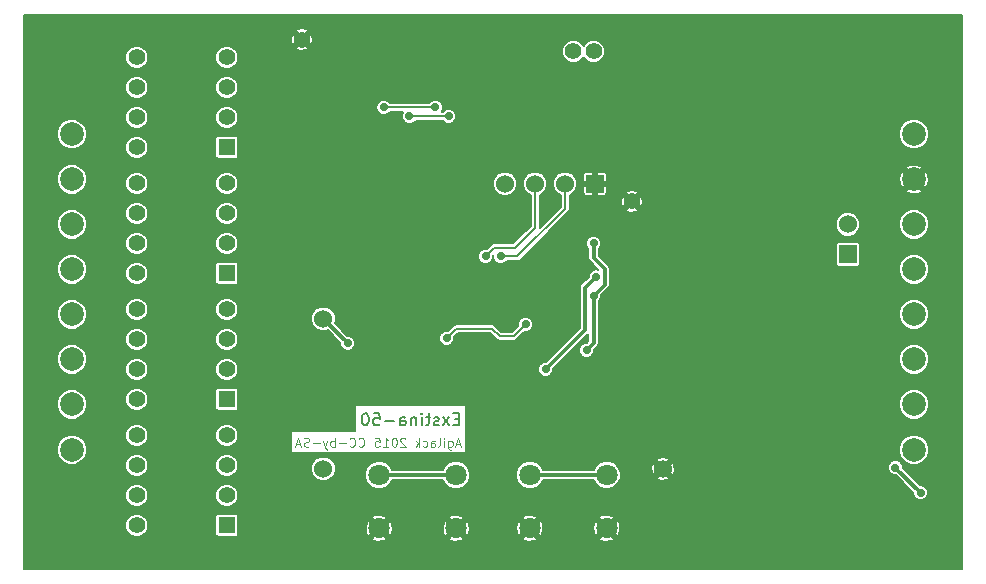
<source format=gbl>
G04 (created by PCBNEW (2013-mar-13)-stable) date Tue 21 Jul 2015 10:15:33 AM CEST*
%MOIN*%
G04 Gerber Fmt 3.4, Leading zero omitted, Abs format*
%FSLAX34Y34*%
G01*
G70*
G90*
G04 APERTURE LIST*
%ADD10C,0.005906*%
%ADD11C,0.004000*%
%ADD12C,0.006000*%
%ADD13C,0.078740*%
%ADD14R,0.055000X0.055000*%
%ADD15C,0.055000*%
%ADD16C,0.070900*%
%ADD17C,0.060000*%
%ADD18C,0.055100*%
%ADD19R,0.060000X0.060000*%
%ADD20C,0.028000*%
%ADD21C,0.012000*%
%ADD22C,0.008000*%
%ADD23C,0.016000*%
%ADD24C,0.028000*%
G04 APERTURE END LIST*
G54D10*
G54D11*
X54030Y-44440D02*
X53887Y-44440D01*
X54059Y-44525D02*
X53959Y-44225D01*
X53859Y-44525D01*
X53630Y-44325D02*
X53630Y-44568D01*
X53645Y-44597D01*
X53659Y-44611D01*
X53687Y-44625D01*
X53730Y-44625D01*
X53759Y-44611D01*
X53630Y-44511D02*
X53659Y-44525D01*
X53716Y-44525D01*
X53745Y-44511D01*
X53759Y-44497D01*
X53773Y-44468D01*
X53773Y-44382D01*
X53759Y-44354D01*
X53745Y-44340D01*
X53716Y-44325D01*
X53659Y-44325D01*
X53630Y-44340D01*
X53487Y-44525D02*
X53487Y-44325D01*
X53487Y-44225D02*
X53502Y-44240D01*
X53487Y-44254D01*
X53473Y-44240D01*
X53487Y-44225D01*
X53487Y-44254D01*
X53302Y-44525D02*
X53330Y-44511D01*
X53344Y-44482D01*
X53344Y-44225D01*
X53059Y-44525D02*
X53059Y-44368D01*
X53073Y-44340D01*
X53102Y-44325D01*
X53159Y-44325D01*
X53187Y-44340D01*
X53059Y-44511D02*
X53087Y-44525D01*
X53159Y-44525D01*
X53187Y-44511D01*
X53202Y-44482D01*
X53202Y-44454D01*
X53187Y-44425D01*
X53159Y-44411D01*
X53087Y-44411D01*
X53059Y-44397D01*
X52787Y-44511D02*
X52816Y-44525D01*
X52873Y-44525D01*
X52902Y-44511D01*
X52916Y-44497D01*
X52930Y-44468D01*
X52930Y-44382D01*
X52916Y-44354D01*
X52902Y-44340D01*
X52873Y-44325D01*
X52816Y-44325D01*
X52787Y-44340D01*
X52659Y-44525D02*
X52659Y-44225D01*
X52630Y-44411D02*
X52544Y-44525D01*
X52544Y-44325D02*
X52659Y-44440D01*
X52202Y-44254D02*
X52187Y-44240D01*
X52159Y-44225D01*
X52087Y-44225D01*
X52059Y-44240D01*
X52044Y-44254D01*
X52030Y-44282D01*
X52030Y-44311D01*
X52044Y-44354D01*
X52216Y-44525D01*
X52030Y-44525D01*
X51845Y-44225D02*
X51816Y-44225D01*
X51787Y-44240D01*
X51773Y-44254D01*
X51759Y-44282D01*
X51745Y-44340D01*
X51745Y-44411D01*
X51759Y-44468D01*
X51773Y-44497D01*
X51787Y-44511D01*
X51816Y-44525D01*
X51845Y-44525D01*
X51873Y-44511D01*
X51887Y-44497D01*
X51902Y-44468D01*
X51916Y-44411D01*
X51916Y-44340D01*
X51902Y-44282D01*
X51887Y-44254D01*
X51873Y-44240D01*
X51845Y-44225D01*
X51459Y-44525D02*
X51630Y-44525D01*
X51545Y-44525D02*
X51545Y-44225D01*
X51573Y-44268D01*
X51602Y-44297D01*
X51630Y-44311D01*
X51187Y-44225D02*
X51330Y-44225D01*
X51345Y-44368D01*
X51330Y-44354D01*
X51302Y-44340D01*
X51230Y-44340D01*
X51202Y-44354D01*
X51187Y-44368D01*
X51173Y-44397D01*
X51173Y-44468D01*
X51187Y-44497D01*
X51202Y-44511D01*
X51230Y-44525D01*
X51302Y-44525D01*
X51330Y-44511D01*
X51345Y-44497D01*
X50645Y-44497D02*
X50659Y-44511D01*
X50702Y-44525D01*
X50730Y-44525D01*
X50773Y-44511D01*
X50802Y-44482D01*
X50816Y-44454D01*
X50830Y-44397D01*
X50830Y-44354D01*
X50816Y-44297D01*
X50802Y-44268D01*
X50773Y-44240D01*
X50730Y-44225D01*
X50702Y-44225D01*
X50659Y-44240D01*
X50645Y-44254D01*
X50345Y-44497D02*
X50359Y-44511D01*
X50402Y-44525D01*
X50430Y-44525D01*
X50473Y-44511D01*
X50502Y-44482D01*
X50516Y-44454D01*
X50530Y-44397D01*
X50530Y-44354D01*
X50516Y-44297D01*
X50502Y-44268D01*
X50473Y-44240D01*
X50430Y-44225D01*
X50402Y-44225D01*
X50359Y-44240D01*
X50345Y-44254D01*
X50216Y-44411D02*
X49987Y-44411D01*
X49845Y-44525D02*
X49845Y-44225D01*
X49845Y-44340D02*
X49816Y-44325D01*
X49759Y-44325D01*
X49730Y-44340D01*
X49716Y-44354D01*
X49702Y-44382D01*
X49702Y-44468D01*
X49716Y-44497D01*
X49730Y-44511D01*
X49759Y-44525D01*
X49816Y-44525D01*
X49845Y-44511D01*
X49602Y-44325D02*
X49530Y-44525D01*
X49459Y-44325D02*
X49530Y-44525D01*
X49559Y-44597D01*
X49573Y-44611D01*
X49602Y-44625D01*
X49345Y-44411D02*
X49116Y-44411D01*
X48987Y-44511D02*
X48945Y-44525D01*
X48873Y-44525D01*
X48845Y-44511D01*
X48830Y-44497D01*
X48816Y-44468D01*
X48816Y-44440D01*
X48830Y-44411D01*
X48845Y-44397D01*
X48873Y-44382D01*
X48930Y-44368D01*
X48959Y-44354D01*
X48973Y-44340D01*
X48987Y-44311D01*
X48987Y-44282D01*
X48973Y-44254D01*
X48959Y-44240D01*
X48930Y-44225D01*
X48859Y-44225D01*
X48816Y-44240D01*
X48702Y-44440D02*
X48559Y-44440D01*
X48730Y-44525D02*
X48630Y-44225D01*
X48530Y-44525D01*
G54D12*
X53984Y-43601D02*
X53851Y-43601D01*
X53794Y-43810D02*
X53984Y-43810D01*
X53984Y-43410D01*
X53794Y-43410D01*
X53660Y-43810D02*
X53451Y-43544D01*
X53660Y-43544D02*
X53451Y-43810D01*
X53317Y-43791D02*
X53279Y-43810D01*
X53203Y-43810D01*
X53165Y-43791D01*
X53146Y-43753D01*
X53146Y-43734D01*
X53165Y-43696D01*
X53203Y-43677D01*
X53260Y-43677D01*
X53298Y-43658D01*
X53317Y-43620D01*
X53317Y-43601D01*
X53298Y-43563D01*
X53260Y-43544D01*
X53203Y-43544D01*
X53165Y-43563D01*
X53032Y-43544D02*
X52879Y-43544D01*
X52975Y-43410D02*
X52975Y-43753D01*
X52955Y-43791D01*
X52917Y-43810D01*
X52879Y-43810D01*
X52746Y-43810D02*
X52746Y-43544D01*
X52746Y-43410D02*
X52765Y-43430D01*
X52746Y-43449D01*
X52727Y-43430D01*
X52746Y-43410D01*
X52746Y-43449D01*
X52555Y-43544D02*
X52555Y-43810D01*
X52555Y-43582D02*
X52536Y-43563D01*
X52498Y-43544D01*
X52441Y-43544D01*
X52403Y-43563D01*
X52384Y-43601D01*
X52384Y-43810D01*
X52022Y-43810D02*
X52022Y-43601D01*
X52041Y-43563D01*
X52079Y-43544D01*
X52155Y-43544D01*
X52194Y-43563D01*
X52022Y-43791D02*
X52060Y-43810D01*
X52155Y-43810D01*
X52194Y-43791D01*
X52213Y-43753D01*
X52213Y-43715D01*
X52194Y-43677D01*
X52155Y-43658D01*
X52060Y-43658D01*
X52022Y-43639D01*
X51832Y-43658D02*
X51527Y-43658D01*
X51146Y-43410D02*
X51336Y-43410D01*
X51355Y-43601D01*
X51336Y-43582D01*
X51298Y-43563D01*
X51203Y-43563D01*
X51165Y-43582D01*
X51146Y-43601D01*
X51127Y-43639D01*
X51127Y-43734D01*
X51146Y-43772D01*
X51165Y-43791D01*
X51203Y-43810D01*
X51298Y-43810D01*
X51336Y-43791D01*
X51355Y-43772D01*
X50879Y-43410D02*
X50841Y-43410D01*
X50803Y-43430D01*
X50784Y-43449D01*
X50765Y-43487D01*
X50746Y-43563D01*
X50746Y-43658D01*
X50765Y-43734D01*
X50784Y-43772D01*
X50803Y-43791D01*
X50841Y-43810D01*
X50879Y-43810D01*
X50917Y-43791D01*
X50936Y-43772D01*
X50955Y-43734D01*
X50975Y-43658D01*
X50975Y-43563D01*
X50955Y-43487D01*
X50936Y-43449D01*
X50917Y-43430D01*
X50879Y-43410D01*
G54D13*
X69153Y-44625D03*
X69153Y-43120D03*
X69153Y-41620D03*
X69153Y-40120D03*
X69153Y-38620D03*
X69153Y-37120D03*
X69153Y-35620D03*
X69153Y-34114D03*
X41082Y-34114D03*
X41082Y-35620D03*
X41082Y-37120D03*
X41082Y-38620D03*
X41082Y-40120D03*
X41082Y-41620D03*
X41082Y-43120D03*
X41082Y-44625D03*
G54D14*
X46250Y-34550D03*
G54D15*
X46250Y-33550D03*
X46250Y-32550D03*
X46250Y-31550D03*
X43250Y-31550D03*
X43250Y-32550D03*
X43250Y-33550D03*
X43250Y-34550D03*
G54D14*
X46250Y-38750D03*
G54D15*
X46250Y-37750D03*
X46250Y-36750D03*
X46250Y-35750D03*
X43250Y-35750D03*
X43250Y-36750D03*
X43250Y-37750D03*
X43250Y-38750D03*
G54D14*
X46250Y-42950D03*
G54D15*
X46250Y-41950D03*
X46250Y-40950D03*
X46250Y-39950D03*
X43250Y-39950D03*
X43250Y-40950D03*
X43250Y-41950D03*
X43250Y-42950D03*
G54D14*
X46250Y-47150D03*
G54D15*
X46250Y-46150D03*
X46250Y-45150D03*
X46250Y-44150D03*
X43250Y-44150D03*
X43250Y-45150D03*
X43250Y-46150D03*
X43250Y-47150D03*
G54D16*
X53889Y-47251D03*
X51329Y-47251D03*
X53889Y-45479D03*
X51329Y-45479D03*
X58907Y-47251D03*
X56347Y-47251D03*
X58907Y-45479D03*
X56347Y-45479D03*
G54D17*
X49460Y-45266D03*
X60779Y-45266D03*
X49460Y-40266D03*
G54D18*
X59750Y-36350D03*
G54D19*
X58520Y-35765D03*
G54D17*
X57520Y-35765D03*
X56520Y-35765D03*
X55520Y-35765D03*
G54D19*
X66950Y-38120D03*
G54D17*
X66950Y-37120D03*
G54D18*
X58475Y-31350D03*
X57800Y-31350D03*
X48750Y-30955D03*
G54D20*
X58240Y-41310D03*
X58470Y-37750D03*
X58470Y-39495D03*
X69375Y-46070D03*
X68535Y-45230D03*
X54870Y-38185D03*
X55370Y-38185D03*
X56205Y-40450D03*
X53580Y-40910D03*
X50270Y-41075D03*
X59710Y-46410D03*
X66250Y-36300D03*
X59420Y-40295D03*
X64530Y-38745D03*
X51630Y-41725D03*
X52010Y-40455D03*
X54235Y-38185D03*
X53925Y-40255D03*
X51570Y-39270D03*
X48280Y-40850D03*
X48280Y-36650D03*
X60805Y-37430D03*
X62750Y-35800D03*
X57580Y-35120D03*
X60750Y-35800D03*
X59750Y-35800D03*
X60250Y-35800D03*
X59250Y-35800D03*
X61250Y-35800D03*
X61750Y-35800D03*
X62250Y-35800D03*
X63750Y-36300D03*
X64750Y-36300D03*
X65750Y-36300D03*
X66750Y-36300D03*
X67250Y-36300D03*
X65250Y-36300D03*
X64250Y-36300D03*
X63250Y-36300D03*
X66170Y-38620D03*
X59075Y-34625D03*
X49260Y-33050D03*
X52615Y-37235D03*
X54040Y-35655D03*
X53215Y-31850D03*
X68500Y-30250D03*
X67500Y-30250D03*
X66500Y-30250D03*
X70500Y-30250D03*
X69500Y-30250D03*
X53750Y-30250D03*
X52750Y-30250D03*
X51750Y-30250D03*
X50750Y-30250D03*
X49750Y-30250D03*
X48750Y-30250D03*
X47750Y-30250D03*
X55500Y-30250D03*
X56500Y-30250D03*
X57500Y-30250D03*
X58500Y-30250D03*
X59500Y-30250D03*
X60500Y-30250D03*
X54750Y-30250D03*
X61500Y-30250D03*
X62500Y-30250D03*
X63500Y-30250D03*
X64500Y-30250D03*
X65500Y-30250D03*
X46750Y-30250D03*
X45750Y-30250D03*
X39750Y-48500D03*
X40750Y-48500D03*
X41750Y-48500D03*
X44750Y-30250D03*
X43750Y-30250D03*
X42750Y-30250D03*
X41750Y-30250D03*
X40750Y-30250D03*
X39750Y-30250D03*
X42750Y-48500D03*
X54750Y-48500D03*
X53750Y-48500D03*
X52750Y-48500D03*
X51750Y-48500D03*
X50750Y-48500D03*
X43750Y-48500D03*
X44750Y-48500D03*
X45750Y-48500D03*
X46750Y-48500D03*
X47750Y-48500D03*
X48750Y-48500D03*
X49750Y-48500D03*
X55500Y-48500D03*
X56500Y-48500D03*
X57500Y-48500D03*
X58500Y-48500D03*
X59500Y-48500D03*
X68500Y-48500D03*
X67500Y-48500D03*
X66500Y-48500D03*
X65500Y-48500D03*
X64500Y-48500D03*
X63500Y-48500D03*
X62500Y-48500D03*
X61500Y-48500D03*
X60500Y-48500D03*
X69500Y-48500D03*
X70500Y-48500D03*
X61900Y-38870D03*
X54370Y-43210D03*
X55615Y-42930D03*
X50300Y-47540D03*
X55505Y-34115D03*
X57395Y-37350D03*
X56315Y-38485D03*
X57545Y-39075D03*
X55615Y-42475D03*
X55415Y-40565D03*
X68530Y-46690D03*
X68530Y-44610D03*
X68530Y-42550D03*
X68530Y-40480D03*
X63450Y-46190D03*
X63450Y-44110D03*
X63450Y-42050D03*
X63450Y-39980D03*
X48280Y-45050D03*
X48280Y-32450D03*
X63800Y-34983D03*
X65910Y-33423D03*
X66990Y-35463D03*
X65210Y-33813D03*
X65910Y-33813D03*
X67520Y-32290D03*
X67000Y-31110D03*
X64020Y-32253D03*
X64230Y-34983D03*
X64970Y-32853D03*
X58560Y-38870D03*
X56880Y-41945D03*
X53650Y-33510D03*
X52335Y-33510D03*
X51485Y-33220D03*
X53200Y-33220D03*
G54D21*
X58470Y-41080D02*
X58240Y-41310D01*
X58470Y-39495D02*
X58470Y-41080D01*
X58470Y-37750D02*
X58470Y-38230D01*
X58840Y-39125D02*
X58470Y-39495D01*
X58840Y-38600D02*
X58840Y-39125D01*
X58470Y-38230D02*
X58840Y-38600D01*
X69375Y-46070D02*
X68535Y-45230D01*
G54D22*
X54870Y-38185D02*
X55160Y-37895D01*
X56520Y-37240D02*
X56520Y-35765D01*
X55865Y-37895D02*
X56520Y-37240D01*
X55160Y-37895D02*
X55865Y-37895D01*
X55370Y-38185D02*
X55935Y-38185D01*
X57520Y-36600D02*
X57520Y-35765D01*
X55935Y-38185D02*
X57520Y-36600D01*
X55090Y-40595D02*
X53895Y-40595D01*
X55812Y-40842D02*
X55337Y-40842D01*
X55812Y-40842D02*
X56205Y-40450D01*
X55337Y-40842D02*
X55090Y-40595D01*
G54D21*
X49461Y-40266D02*
X50270Y-41075D01*
X49461Y-40266D02*
X49460Y-40266D01*
G54D22*
X53895Y-40595D02*
X53580Y-40910D01*
G54D21*
X47750Y-30250D02*
X48045Y-30250D01*
X48045Y-30250D02*
X48750Y-30955D01*
G54D23*
X59361Y-46796D02*
X59361Y-46538D01*
X59490Y-46410D02*
X59710Y-46410D01*
X59361Y-46538D02*
X59490Y-46410D01*
X59710Y-46410D02*
X60010Y-46410D01*
X60010Y-46410D02*
X60215Y-46205D01*
G54D21*
X59420Y-40295D02*
X59420Y-39995D01*
X61900Y-39135D02*
X61900Y-38870D01*
X61610Y-39425D02*
X61900Y-39135D01*
X59990Y-39425D02*
X61610Y-39425D01*
X59420Y-39995D02*
X59990Y-39425D01*
X63730Y-39335D02*
X64230Y-39335D01*
X63450Y-39615D02*
X63730Y-39335D01*
X64230Y-39335D02*
X64530Y-39035D01*
X64530Y-38745D02*
X64530Y-39035D01*
X64530Y-39035D02*
X64530Y-39050D01*
X65890Y-39335D02*
X66170Y-39055D01*
X64815Y-39335D02*
X65890Y-39335D01*
X64530Y-39050D02*
X64815Y-39335D01*
G54D22*
X51570Y-39270D02*
X51570Y-37980D01*
X54235Y-39945D02*
X54795Y-39945D01*
G54D21*
X51630Y-41725D02*
X51630Y-40835D01*
X51630Y-40835D02*
X52010Y-40455D01*
X53925Y-40255D02*
X52210Y-40255D01*
X52210Y-40255D02*
X52010Y-40455D01*
X51570Y-39270D02*
X51570Y-40015D01*
X51570Y-40015D02*
X52010Y-40455D01*
G54D22*
X54235Y-38185D02*
X54235Y-39945D01*
X54235Y-39945D02*
X53925Y-40255D01*
X51570Y-39270D02*
X49860Y-39270D01*
X49860Y-39270D02*
X48280Y-40850D01*
G54D23*
X48280Y-45050D02*
X48280Y-40850D01*
X48280Y-40850D02*
X48280Y-36650D01*
G54D22*
X60805Y-37430D02*
X60805Y-36405D01*
X60750Y-36350D02*
X60750Y-35800D01*
X60805Y-36405D02*
X60750Y-36350D01*
G54D23*
X51875Y-46705D02*
X53343Y-46705D01*
X51329Y-47251D02*
X51875Y-46705D01*
X53343Y-46705D02*
X53889Y-47251D01*
X54435Y-46705D02*
X55801Y-46705D01*
X53889Y-47251D02*
X54435Y-46705D01*
X55801Y-46705D02*
X56347Y-47251D01*
X56893Y-46705D02*
X58361Y-46705D01*
X58361Y-46705D02*
X58907Y-47251D01*
X56347Y-47251D02*
X56893Y-46705D01*
X60215Y-45830D02*
X60215Y-46205D01*
X59361Y-46796D02*
X58907Y-47251D01*
X60779Y-45266D02*
X60215Y-45830D01*
X63270Y-46690D02*
X61560Y-46690D01*
X63450Y-46510D02*
X63270Y-46690D01*
X63450Y-46190D02*
X63450Y-46510D01*
X61380Y-45866D02*
X60779Y-45266D01*
X61380Y-46510D02*
X61380Y-45866D01*
X61560Y-46690D02*
X61380Y-46510D01*
X63567Y-35462D02*
X63087Y-35462D01*
X63800Y-35230D02*
X63567Y-35462D01*
X63087Y-35462D02*
X62750Y-35800D01*
X58520Y-35120D02*
X60070Y-35120D01*
X60070Y-35120D02*
X60750Y-35800D01*
X58520Y-35120D02*
X57580Y-35120D01*
X58520Y-35765D02*
X58520Y-35120D01*
X59750Y-36350D02*
X60015Y-36085D01*
X60465Y-36085D02*
X60750Y-35800D01*
X60015Y-36085D02*
X60465Y-36085D01*
X61900Y-38870D02*
X61900Y-37500D01*
X61750Y-37350D02*
X61750Y-35800D01*
X61900Y-37500D02*
X61750Y-37350D01*
X61750Y-35800D02*
X62250Y-35800D01*
G54D21*
X66170Y-38620D02*
X66170Y-39055D01*
X66170Y-39055D02*
X66450Y-39335D01*
X68530Y-39490D02*
X68375Y-39335D01*
X68375Y-39335D02*
X66450Y-39335D01*
X68530Y-40480D02*
X68530Y-39490D01*
X55505Y-34115D02*
X58565Y-34115D01*
X58565Y-34115D02*
X59075Y-34625D01*
G54D23*
X49260Y-33050D02*
X50430Y-33050D01*
X49260Y-33050D02*
X48880Y-33050D01*
X48880Y-33050D02*
X48280Y-32450D01*
G54D22*
X52615Y-37235D02*
X52315Y-37235D01*
X51570Y-37980D02*
X52315Y-37235D01*
X54040Y-35655D02*
X54040Y-35105D01*
X54995Y-34590D02*
X55380Y-34205D01*
X54555Y-34590D02*
X54995Y-34590D01*
X54040Y-35105D02*
X54555Y-34590D01*
X53215Y-31850D02*
X54685Y-31850D01*
X55040Y-33650D02*
X55505Y-34115D01*
X55040Y-32205D02*
X55040Y-33650D01*
X54685Y-31850D02*
X55040Y-32205D01*
G54D21*
X68530Y-46690D02*
X68530Y-45895D01*
X68200Y-44940D02*
X68530Y-44610D01*
X68200Y-45565D02*
X68200Y-44940D01*
X68530Y-45895D02*
X68200Y-45565D01*
X68530Y-46690D02*
X68530Y-47145D01*
X69500Y-48115D02*
X69500Y-48500D01*
X68530Y-47145D02*
X69500Y-48115D01*
G54D24*
X64500Y-48500D02*
X65500Y-48500D01*
G54D23*
X69500Y-30250D02*
X68500Y-30250D01*
X66500Y-30250D02*
X67500Y-30250D01*
G54D21*
X53750Y-30250D02*
X52750Y-30250D01*
X51750Y-30250D02*
X50750Y-30250D01*
X49750Y-30250D02*
X48750Y-30250D01*
X47750Y-30250D02*
X46750Y-30250D01*
X55500Y-30250D02*
X55250Y-30500D01*
G54D23*
X57500Y-30250D02*
X56500Y-30250D01*
X59500Y-30250D02*
X58500Y-30250D01*
G54D21*
X55000Y-30500D02*
X54750Y-30250D01*
X55250Y-30500D02*
X55000Y-30500D01*
G54D23*
X61500Y-30250D02*
X60500Y-30250D01*
X63500Y-30250D02*
X62500Y-30250D01*
X65500Y-30250D02*
X64500Y-30250D01*
G54D21*
X45750Y-30250D02*
X44750Y-30250D01*
G54D24*
X40750Y-48500D02*
X41750Y-48500D01*
G54D21*
X39750Y-48500D02*
X39750Y-47340D01*
X39590Y-35830D02*
X39590Y-36010D01*
X39590Y-36010D02*
X39750Y-36170D01*
X39750Y-35410D02*
X39750Y-35155D01*
X39590Y-35570D02*
X39750Y-35410D01*
X39590Y-35830D02*
X39590Y-35570D01*
X39750Y-36170D02*
X39750Y-37392D01*
X39750Y-37392D02*
X39750Y-39128D01*
X39750Y-39128D02*
X39750Y-40155D01*
X39750Y-30250D02*
X39750Y-34230D01*
X39750Y-34230D02*
X39750Y-35155D01*
X43750Y-30250D02*
X42750Y-30250D01*
X41750Y-30250D02*
X40750Y-30250D01*
X39750Y-40155D02*
X39750Y-43090D01*
X39750Y-43090D02*
X39750Y-46740D01*
X39750Y-46740D02*
X39750Y-47340D01*
G54D24*
X42750Y-48500D02*
X43750Y-48500D01*
X52750Y-48500D02*
X53750Y-48500D01*
G54D21*
X55000Y-48250D02*
X54750Y-48500D01*
G54D24*
X50750Y-48500D02*
X51750Y-48500D01*
X46750Y-48500D02*
X47750Y-48500D01*
X44750Y-48500D02*
X45750Y-48500D01*
X48750Y-48500D02*
X49750Y-48500D01*
X68500Y-48500D02*
X69500Y-48500D01*
X66500Y-48500D02*
X67500Y-48500D01*
X62500Y-48500D02*
X63500Y-48500D01*
X58500Y-48500D02*
X59500Y-48500D01*
G54D21*
X55250Y-48250D02*
X55000Y-48250D01*
X55500Y-48500D02*
X55250Y-48250D01*
G54D24*
X56500Y-48500D02*
X57500Y-48500D01*
X60500Y-48500D02*
X61500Y-48500D01*
G54D21*
X61900Y-38870D02*
X62705Y-38870D01*
X62705Y-38870D02*
X63450Y-39615D01*
X54370Y-43210D02*
X55335Y-43210D01*
X55335Y-43210D02*
X55615Y-42930D01*
X55615Y-42930D02*
X55615Y-42475D01*
G54D22*
X54795Y-39945D02*
X55415Y-40565D01*
X55992Y-39985D02*
X56435Y-39985D01*
X56435Y-39985D02*
X57015Y-40565D01*
X57015Y-40565D02*
X57015Y-41075D01*
X57015Y-41075D02*
X55615Y-42475D01*
G54D23*
X50300Y-47540D02*
X49945Y-47540D01*
X49635Y-46405D02*
X48280Y-45050D01*
X49635Y-47230D02*
X49635Y-46405D01*
X49945Y-47540D02*
X49635Y-47230D01*
X55505Y-34115D02*
X51495Y-34115D01*
X51495Y-34115D02*
X50430Y-33050D01*
G54D22*
X55992Y-39987D02*
X55992Y-39985D01*
X55992Y-39987D02*
X55415Y-40565D01*
X55992Y-39985D02*
X55992Y-38807D01*
X55992Y-38807D02*
X56315Y-38485D01*
X56315Y-38485D02*
X56315Y-38070D01*
X56315Y-38070D02*
X57035Y-37350D01*
X57035Y-37350D02*
X57395Y-37350D01*
X57545Y-39075D02*
X57545Y-40035D01*
X57545Y-40035D02*
X57015Y-40565D01*
G54D21*
X63450Y-39615D02*
X63450Y-39980D01*
X68530Y-44610D02*
X68530Y-42550D01*
X68530Y-42550D02*
X68530Y-40480D01*
G54D23*
X63450Y-46190D02*
X63450Y-44110D01*
X63450Y-44110D02*
X63450Y-42050D01*
X63450Y-42050D02*
X63450Y-39980D01*
X48280Y-36650D02*
X48280Y-32450D01*
X63800Y-34983D02*
X63800Y-35230D01*
X64033Y-35463D02*
X66990Y-35463D01*
X63800Y-35230D02*
X64033Y-35463D01*
X67520Y-32290D02*
X67520Y-33060D01*
X67520Y-33060D02*
X67157Y-33423D01*
X65910Y-33423D02*
X67157Y-33423D01*
X67157Y-33423D02*
X67163Y-33423D01*
X67163Y-33423D02*
X67520Y-33780D01*
X67520Y-33780D02*
X67520Y-34933D01*
X67520Y-34933D02*
X66990Y-35463D01*
X65210Y-33813D02*
X64567Y-33813D01*
X67520Y-32290D02*
X69540Y-32290D01*
X70160Y-34613D02*
X69153Y-35620D01*
X70160Y-32910D02*
X70160Y-34613D01*
X69540Y-32290D02*
X70160Y-32910D01*
X67000Y-31770D02*
X67520Y-32290D01*
X67000Y-31110D02*
X67000Y-31770D01*
X64020Y-32253D02*
X64020Y-32472D01*
X64020Y-32472D02*
X64567Y-33019D01*
X64230Y-34150D02*
X64230Y-34983D01*
X64567Y-33813D02*
X64230Y-34150D01*
X64567Y-33813D02*
X64567Y-33019D01*
X64567Y-33019D02*
X64733Y-32853D01*
X64733Y-32853D02*
X64970Y-32853D01*
G54D21*
X58190Y-39240D02*
X58190Y-40635D01*
X58190Y-39240D02*
X58560Y-38870D01*
X58190Y-40635D02*
X56880Y-41945D01*
G54D22*
X53650Y-33510D02*
X52335Y-33510D01*
X51485Y-33220D02*
X53200Y-33220D01*
G54D21*
X51329Y-45479D02*
X53889Y-45479D01*
X56347Y-45479D02*
X58907Y-45479D01*
G54D10*
G36*
X70740Y-48610D02*
X69657Y-48610D01*
X69657Y-44526D01*
X69657Y-43020D01*
X69657Y-41520D01*
X69657Y-40020D01*
X69657Y-38520D01*
X69657Y-37020D01*
X69657Y-34014D01*
X69580Y-33829D01*
X69439Y-33687D01*
X69254Y-33610D01*
X69053Y-33610D01*
X68868Y-33686D01*
X68726Y-33828D01*
X68649Y-34013D01*
X68649Y-34213D01*
X68726Y-34399D01*
X68867Y-34540D01*
X69052Y-34617D01*
X69253Y-34617D01*
X69438Y-34541D01*
X69580Y-34399D01*
X69657Y-34214D01*
X69657Y-34014D01*
X69657Y-37020D01*
X69644Y-36989D01*
X69644Y-35665D01*
X69624Y-35474D01*
X69589Y-35389D01*
X69532Y-35340D01*
X69433Y-35439D01*
X69433Y-35241D01*
X69383Y-35183D01*
X69199Y-35129D01*
X69008Y-35148D01*
X68923Y-35183D01*
X68873Y-35241D01*
X69153Y-35521D01*
X69433Y-35241D01*
X69433Y-35439D01*
X69252Y-35620D01*
X69532Y-35899D01*
X69589Y-35850D01*
X69644Y-35665D01*
X69644Y-36989D01*
X69580Y-36835D01*
X69439Y-36693D01*
X69433Y-36690D01*
X69433Y-35998D01*
X69153Y-35719D01*
X69054Y-35818D01*
X69054Y-35620D01*
X68774Y-35340D01*
X68717Y-35389D01*
X68662Y-35574D01*
X68682Y-35765D01*
X68717Y-35850D01*
X68774Y-35899D01*
X69054Y-35620D01*
X69054Y-35818D01*
X68873Y-35998D01*
X68923Y-36056D01*
X69107Y-36111D01*
X69299Y-36091D01*
X69383Y-36056D01*
X69433Y-35998D01*
X69433Y-36690D01*
X69254Y-36616D01*
X69053Y-36616D01*
X68868Y-36692D01*
X68726Y-36834D01*
X68649Y-37019D01*
X68649Y-37219D01*
X68726Y-37405D01*
X68867Y-37546D01*
X69052Y-37623D01*
X69253Y-37623D01*
X69438Y-37547D01*
X69580Y-37405D01*
X69657Y-37220D01*
X69657Y-37020D01*
X69657Y-38520D01*
X69580Y-38335D01*
X69439Y-38193D01*
X69254Y-38116D01*
X69053Y-38116D01*
X68868Y-38192D01*
X68726Y-38334D01*
X68649Y-38519D01*
X68649Y-38719D01*
X68726Y-38905D01*
X68867Y-39046D01*
X69052Y-39123D01*
X69253Y-39123D01*
X69438Y-39047D01*
X69580Y-38905D01*
X69657Y-38720D01*
X69657Y-38520D01*
X69657Y-40020D01*
X69580Y-39835D01*
X69439Y-39693D01*
X69254Y-39616D01*
X69053Y-39616D01*
X68868Y-39692D01*
X68726Y-39834D01*
X68649Y-40019D01*
X68649Y-40219D01*
X68726Y-40405D01*
X68867Y-40546D01*
X69052Y-40623D01*
X69253Y-40623D01*
X69438Y-40547D01*
X69580Y-40405D01*
X69657Y-40220D01*
X69657Y-40020D01*
X69657Y-41520D01*
X69580Y-41335D01*
X69439Y-41193D01*
X69254Y-41116D01*
X69053Y-41116D01*
X68868Y-41192D01*
X68726Y-41334D01*
X68649Y-41519D01*
X68649Y-41719D01*
X68726Y-41905D01*
X68867Y-42046D01*
X69052Y-42123D01*
X69253Y-42123D01*
X69438Y-42047D01*
X69580Y-41905D01*
X69657Y-41720D01*
X69657Y-41520D01*
X69657Y-43020D01*
X69580Y-42835D01*
X69439Y-42693D01*
X69254Y-42616D01*
X69053Y-42616D01*
X68868Y-42692D01*
X68726Y-42834D01*
X68649Y-43019D01*
X68649Y-43219D01*
X68726Y-43405D01*
X68867Y-43546D01*
X69052Y-43623D01*
X69253Y-43623D01*
X69438Y-43547D01*
X69580Y-43405D01*
X69657Y-43220D01*
X69657Y-43020D01*
X69657Y-44526D01*
X69580Y-44341D01*
X69439Y-44199D01*
X69254Y-44122D01*
X69053Y-44122D01*
X68868Y-44198D01*
X68726Y-44340D01*
X68649Y-44525D01*
X68649Y-44725D01*
X68726Y-44910D01*
X68867Y-45052D01*
X69052Y-45129D01*
X69253Y-45129D01*
X69438Y-45053D01*
X69580Y-44911D01*
X69657Y-44726D01*
X69657Y-44526D01*
X69657Y-48610D01*
X69625Y-48610D01*
X69625Y-46020D01*
X69587Y-45928D01*
X69516Y-45858D01*
X69424Y-45820D01*
X69365Y-45819D01*
X68784Y-45239D01*
X68785Y-45180D01*
X68747Y-45088D01*
X68676Y-45018D01*
X68584Y-44980D01*
X68485Y-44979D01*
X68393Y-45017D01*
X68323Y-45088D01*
X68285Y-45180D01*
X68284Y-45279D01*
X68322Y-45371D01*
X68393Y-45441D01*
X68485Y-45479D01*
X68544Y-45480D01*
X69125Y-46060D01*
X69124Y-46119D01*
X69162Y-46211D01*
X69233Y-46281D01*
X69325Y-46319D01*
X69424Y-46320D01*
X69516Y-46282D01*
X69586Y-46211D01*
X69624Y-46119D01*
X69625Y-46020D01*
X69625Y-48610D01*
X67360Y-48610D01*
X67360Y-37038D01*
X67297Y-36888D01*
X67182Y-36772D01*
X67031Y-36710D01*
X66868Y-36709D01*
X66718Y-36772D01*
X66602Y-36887D01*
X66540Y-37038D01*
X66539Y-37201D01*
X66602Y-37351D01*
X66717Y-37467D01*
X66868Y-37529D01*
X67031Y-37530D01*
X67181Y-37467D01*
X67297Y-37352D01*
X67359Y-37201D01*
X67360Y-37038D01*
X67360Y-48610D01*
X67360Y-48610D01*
X67360Y-38441D01*
X67360Y-38398D01*
X67360Y-37798D01*
X67343Y-37757D01*
X67312Y-37726D01*
X67271Y-37710D01*
X67228Y-37710D01*
X66628Y-37710D01*
X66587Y-37726D01*
X66556Y-37757D01*
X66540Y-37798D01*
X66540Y-37841D01*
X66540Y-38441D01*
X66556Y-38482D01*
X66587Y-38513D01*
X66628Y-38530D01*
X66671Y-38530D01*
X67271Y-38530D01*
X67312Y-38513D01*
X67343Y-38482D01*
X67360Y-38441D01*
X67360Y-48610D01*
X61176Y-48610D01*
X61176Y-45289D01*
X61155Y-45135D01*
X61137Y-45092D01*
X61089Y-45055D01*
X60990Y-45154D01*
X60990Y-44956D01*
X60952Y-44908D01*
X60802Y-44869D01*
X60649Y-44890D01*
X60606Y-44908D01*
X60568Y-44956D01*
X60779Y-45167D01*
X60990Y-44956D01*
X60990Y-45154D01*
X60878Y-45266D01*
X61089Y-45477D01*
X61137Y-45439D01*
X61176Y-45289D01*
X61176Y-48610D01*
X60990Y-48610D01*
X60990Y-45576D01*
X60779Y-45365D01*
X60680Y-45464D01*
X60680Y-45266D01*
X60469Y-45055D01*
X60421Y-45092D01*
X60382Y-45242D01*
X60403Y-45396D01*
X60421Y-45439D01*
X60469Y-45477D01*
X60680Y-45266D01*
X60680Y-45464D01*
X60568Y-45576D01*
X60606Y-45624D01*
X60756Y-45663D01*
X60909Y-45641D01*
X60952Y-45624D01*
X60990Y-45576D01*
X60990Y-48610D01*
X60122Y-48610D01*
X60122Y-36367D01*
X60100Y-36223D01*
X60087Y-36191D01*
X60042Y-36156D01*
X59943Y-36255D01*
X59943Y-36057D01*
X59908Y-36012D01*
X59767Y-35977D01*
X59623Y-35999D01*
X59591Y-36012D01*
X59556Y-36057D01*
X59750Y-36251D01*
X59943Y-36057D01*
X59943Y-36255D01*
X59848Y-36350D01*
X60042Y-36543D01*
X60087Y-36508D01*
X60122Y-36367D01*
X60122Y-48610D01*
X59943Y-48610D01*
X59943Y-36642D01*
X59750Y-36448D01*
X59651Y-36547D01*
X59651Y-36350D01*
X59457Y-36156D01*
X59412Y-36191D01*
X59377Y-36332D01*
X59399Y-36476D01*
X59412Y-36508D01*
X59457Y-36543D01*
X59651Y-36350D01*
X59651Y-36547D01*
X59556Y-36642D01*
X59591Y-36687D01*
X59732Y-36722D01*
X59876Y-36700D01*
X59908Y-36687D01*
X59943Y-36642D01*
X59943Y-48610D01*
X59371Y-48610D01*
X59371Y-45387D01*
X59301Y-45216D01*
X59170Y-45085D01*
X59010Y-45018D01*
X59010Y-39125D01*
X59010Y-38600D01*
X58997Y-38534D01*
X58997Y-38534D01*
X58960Y-38479D01*
X58910Y-38429D01*
X58910Y-36082D01*
X58910Y-36047D01*
X58910Y-35857D01*
X58910Y-35672D01*
X58910Y-35482D01*
X58910Y-35447D01*
X58896Y-35414D01*
X58870Y-35388D01*
X58860Y-35384D01*
X58860Y-31273D01*
X58802Y-31131D01*
X58693Y-31023D01*
X58552Y-30964D01*
X58398Y-30964D01*
X58256Y-31022D01*
X58148Y-31131D01*
X58137Y-31157D01*
X58127Y-31131D01*
X58018Y-31023D01*
X57877Y-30964D01*
X57723Y-30964D01*
X57581Y-31022D01*
X57473Y-31131D01*
X57414Y-31272D01*
X57414Y-31426D01*
X57472Y-31568D01*
X57581Y-31676D01*
X57722Y-31735D01*
X57876Y-31735D01*
X58018Y-31677D01*
X58126Y-31568D01*
X58137Y-31542D01*
X58147Y-31568D01*
X58256Y-31676D01*
X58397Y-31735D01*
X58551Y-31735D01*
X58693Y-31677D01*
X58801Y-31568D01*
X58860Y-31427D01*
X58860Y-31273D01*
X58860Y-35384D01*
X58837Y-35375D01*
X58612Y-35375D01*
X58590Y-35397D01*
X58590Y-35695D01*
X58887Y-35695D01*
X58910Y-35672D01*
X58910Y-35857D01*
X58887Y-35835D01*
X58590Y-35835D01*
X58590Y-36132D01*
X58612Y-36155D01*
X58837Y-36155D01*
X58870Y-36141D01*
X58896Y-36115D01*
X58910Y-36082D01*
X58910Y-38429D01*
X58640Y-38159D01*
X58640Y-37933D01*
X58681Y-37891D01*
X58719Y-37799D01*
X58720Y-37700D01*
X58682Y-37608D01*
X58611Y-37538D01*
X58519Y-37500D01*
X58450Y-37499D01*
X58450Y-36132D01*
X58450Y-35835D01*
X58450Y-35695D01*
X58450Y-35397D01*
X58427Y-35375D01*
X58202Y-35375D01*
X58169Y-35388D01*
X58143Y-35414D01*
X58130Y-35447D01*
X58130Y-35482D01*
X58130Y-35672D01*
X58152Y-35695D01*
X58450Y-35695D01*
X58450Y-35835D01*
X58152Y-35835D01*
X58130Y-35857D01*
X58130Y-36047D01*
X58130Y-36082D01*
X58143Y-36115D01*
X58169Y-36141D01*
X58202Y-36155D01*
X58427Y-36155D01*
X58450Y-36132D01*
X58450Y-37499D01*
X58420Y-37499D01*
X58328Y-37537D01*
X58258Y-37608D01*
X58220Y-37700D01*
X58219Y-37799D01*
X58257Y-37891D01*
X58300Y-37933D01*
X58300Y-38230D01*
X58312Y-38295D01*
X58349Y-38350D01*
X58626Y-38626D01*
X58609Y-38620D01*
X58510Y-38619D01*
X58418Y-38657D01*
X58348Y-38728D01*
X58310Y-38820D01*
X58309Y-38879D01*
X58069Y-39119D01*
X58032Y-39174D01*
X58020Y-39240D01*
X58020Y-40564D01*
X57930Y-40654D01*
X57930Y-35683D01*
X57867Y-35533D01*
X57752Y-35417D01*
X57601Y-35355D01*
X57438Y-35354D01*
X57288Y-35417D01*
X57172Y-35532D01*
X57110Y-35683D01*
X57109Y-35846D01*
X57172Y-35996D01*
X57287Y-36112D01*
X57370Y-36146D01*
X57370Y-36537D01*
X56670Y-37237D01*
X56670Y-36146D01*
X56751Y-36112D01*
X56867Y-35997D01*
X56929Y-35846D01*
X56930Y-35683D01*
X56867Y-35533D01*
X56752Y-35417D01*
X56601Y-35355D01*
X56438Y-35354D01*
X56288Y-35417D01*
X56172Y-35532D01*
X56110Y-35683D01*
X56109Y-35846D01*
X56172Y-35996D01*
X56287Y-36112D01*
X56370Y-36146D01*
X56370Y-37177D01*
X55930Y-37617D01*
X55930Y-35683D01*
X55867Y-35533D01*
X55752Y-35417D01*
X55601Y-35355D01*
X55438Y-35354D01*
X55288Y-35417D01*
X55172Y-35532D01*
X55110Y-35683D01*
X55109Y-35846D01*
X55172Y-35996D01*
X55287Y-36112D01*
X55438Y-36174D01*
X55601Y-36175D01*
X55751Y-36112D01*
X55867Y-35997D01*
X55929Y-35846D01*
X55930Y-35683D01*
X55930Y-37617D01*
X55802Y-37745D01*
X55160Y-37745D01*
X55160Y-37744D01*
X55102Y-37756D01*
X55053Y-37788D01*
X55053Y-37788D01*
X54907Y-37935D01*
X54820Y-37934D01*
X54728Y-37972D01*
X54658Y-38043D01*
X54620Y-38135D01*
X54619Y-38234D01*
X54657Y-38326D01*
X54728Y-38396D01*
X54820Y-38434D01*
X54919Y-38435D01*
X55011Y-38397D01*
X55081Y-38326D01*
X55119Y-38234D01*
X55120Y-38147D01*
X55119Y-38234D01*
X55157Y-38326D01*
X55228Y-38396D01*
X55320Y-38434D01*
X55419Y-38435D01*
X55511Y-38397D01*
X55573Y-38335D01*
X55935Y-38335D01*
X55992Y-38323D01*
X55992Y-38323D01*
X56041Y-38291D01*
X57626Y-36706D01*
X57626Y-36706D01*
X57626Y-36706D01*
X57658Y-36657D01*
X57658Y-36657D01*
X57670Y-36600D01*
X57670Y-36146D01*
X57751Y-36112D01*
X57867Y-35997D01*
X57929Y-35846D01*
X57930Y-35683D01*
X57930Y-40654D01*
X56889Y-41695D01*
X56830Y-41694D01*
X56738Y-41732D01*
X56668Y-41803D01*
X56630Y-41895D01*
X56629Y-41994D01*
X56667Y-42086D01*
X56738Y-42156D01*
X56830Y-42194D01*
X56929Y-42195D01*
X57021Y-42157D01*
X57091Y-42086D01*
X57129Y-41994D01*
X57130Y-41935D01*
X58300Y-40765D01*
X58300Y-41009D01*
X58249Y-41060D01*
X58190Y-41059D01*
X58098Y-41097D01*
X58028Y-41168D01*
X57990Y-41260D01*
X57989Y-41359D01*
X58027Y-41451D01*
X58098Y-41521D01*
X58190Y-41559D01*
X58289Y-41560D01*
X58381Y-41522D01*
X58451Y-41451D01*
X58489Y-41359D01*
X58490Y-41300D01*
X58590Y-41200D01*
X58590Y-41200D01*
X58590Y-41200D01*
X58614Y-41163D01*
X58627Y-41145D01*
X58627Y-41145D01*
X58640Y-41080D01*
X58640Y-41080D01*
X58640Y-41079D01*
X58640Y-39678D01*
X58681Y-39636D01*
X58719Y-39544D01*
X58720Y-39485D01*
X58960Y-39245D01*
X58997Y-39190D01*
X58997Y-39190D01*
X59010Y-39125D01*
X59010Y-45018D01*
X58999Y-45014D01*
X58815Y-45014D01*
X58644Y-45084D01*
X58513Y-45215D01*
X58474Y-45309D01*
X56779Y-45309D01*
X56741Y-45216D01*
X56610Y-45085D01*
X56455Y-45020D01*
X56455Y-40400D01*
X56417Y-40308D01*
X56346Y-40238D01*
X56254Y-40200D01*
X56155Y-40199D01*
X56063Y-40237D01*
X55993Y-40308D01*
X55955Y-40400D01*
X55954Y-40487D01*
X55750Y-40692D01*
X55399Y-40692D01*
X55196Y-40488D01*
X55147Y-40456D01*
X55090Y-40445D01*
X53900Y-40445D01*
X53900Y-33460D01*
X53862Y-33368D01*
X53791Y-33298D01*
X53699Y-33260D01*
X53600Y-33259D01*
X53508Y-33297D01*
X53446Y-33360D01*
X53412Y-33360D01*
X53449Y-33269D01*
X53450Y-33170D01*
X53412Y-33078D01*
X53341Y-33008D01*
X53249Y-32970D01*
X53150Y-32969D01*
X53058Y-33007D01*
X52996Y-33070D01*
X51688Y-33070D01*
X51626Y-33008D01*
X51534Y-32970D01*
X51435Y-32969D01*
X51343Y-33007D01*
X51273Y-33078D01*
X51235Y-33170D01*
X51234Y-33269D01*
X51272Y-33361D01*
X51343Y-33431D01*
X51435Y-33469D01*
X51534Y-33470D01*
X51626Y-33432D01*
X51688Y-33370D01*
X52122Y-33370D01*
X52085Y-33460D01*
X52084Y-33559D01*
X52122Y-33651D01*
X52193Y-33721D01*
X52285Y-33759D01*
X52384Y-33760D01*
X52476Y-33722D01*
X52538Y-33660D01*
X53446Y-33660D01*
X53508Y-33721D01*
X53600Y-33759D01*
X53699Y-33760D01*
X53791Y-33722D01*
X53861Y-33651D01*
X53899Y-33559D01*
X53900Y-33460D01*
X53900Y-40445D01*
X53895Y-40445D01*
X53837Y-40456D01*
X53818Y-40469D01*
X53788Y-40488D01*
X53788Y-40488D01*
X53617Y-40660D01*
X53530Y-40659D01*
X53438Y-40697D01*
X53368Y-40768D01*
X53330Y-40860D01*
X53329Y-40959D01*
X53367Y-41051D01*
X53438Y-41121D01*
X53530Y-41159D01*
X53629Y-41160D01*
X53721Y-41122D01*
X53791Y-41051D01*
X53829Y-40959D01*
X53830Y-40872D01*
X53957Y-40745D01*
X55027Y-40745D01*
X55231Y-40948D01*
X55231Y-40948D01*
X55260Y-40968D01*
X55280Y-40981D01*
X55280Y-40981D01*
X55337Y-40992D01*
X55812Y-40992D01*
X55869Y-40981D01*
X55869Y-40981D01*
X55918Y-40948D01*
X56167Y-40699D01*
X56254Y-40700D01*
X56346Y-40662D01*
X56416Y-40591D01*
X56454Y-40499D01*
X56455Y-40400D01*
X56455Y-45020D01*
X56439Y-45014D01*
X56255Y-45014D01*
X56084Y-45084D01*
X55953Y-45215D01*
X55882Y-45386D01*
X55882Y-45570D01*
X55953Y-45741D01*
X56083Y-45872D01*
X56254Y-45943D01*
X56439Y-45943D01*
X56609Y-45873D01*
X56740Y-45742D01*
X56779Y-45649D01*
X58474Y-45649D01*
X58513Y-45741D01*
X58643Y-45872D01*
X58814Y-45943D01*
X58999Y-45943D01*
X59169Y-45873D01*
X59300Y-45742D01*
X59371Y-45571D01*
X59371Y-45387D01*
X59371Y-48610D01*
X59358Y-48610D01*
X59358Y-47287D01*
X59338Y-47111D01*
X59310Y-47044D01*
X59257Y-46999D01*
X59158Y-47098D01*
X59158Y-46900D01*
X59113Y-46847D01*
X58943Y-46799D01*
X58767Y-46819D01*
X58700Y-46847D01*
X58656Y-46900D01*
X58907Y-47152D01*
X59158Y-46900D01*
X59158Y-47098D01*
X59006Y-47251D01*
X59257Y-47502D01*
X59310Y-47457D01*
X59358Y-47287D01*
X59358Y-48610D01*
X59158Y-48610D01*
X59158Y-47601D01*
X58907Y-47349D01*
X58808Y-47448D01*
X58808Y-47251D01*
X58557Y-46999D01*
X58503Y-47044D01*
X58455Y-47214D01*
X58475Y-47390D01*
X58503Y-47457D01*
X58557Y-47502D01*
X58808Y-47251D01*
X58808Y-47448D01*
X58656Y-47601D01*
X58700Y-47654D01*
X58870Y-47702D01*
X59046Y-47682D01*
X59113Y-47654D01*
X59158Y-47601D01*
X59158Y-48610D01*
X56798Y-48610D01*
X56798Y-47287D01*
X56778Y-47111D01*
X56750Y-47044D01*
X56697Y-46999D01*
X56598Y-47098D01*
X56598Y-46900D01*
X56553Y-46847D01*
X56383Y-46799D01*
X56207Y-46819D01*
X56140Y-46847D01*
X56096Y-46900D01*
X56347Y-47152D01*
X56598Y-46900D01*
X56598Y-47098D01*
X56446Y-47251D01*
X56697Y-47502D01*
X56750Y-47457D01*
X56798Y-47287D01*
X56798Y-48610D01*
X56598Y-48610D01*
X56598Y-47601D01*
X56347Y-47349D01*
X56248Y-47448D01*
X56248Y-47251D01*
X55997Y-46999D01*
X55943Y-47044D01*
X55895Y-47214D01*
X55915Y-47390D01*
X55943Y-47457D01*
X55997Y-47502D01*
X56248Y-47251D01*
X56248Y-47448D01*
X56096Y-47601D01*
X56140Y-47654D01*
X56310Y-47702D01*
X56486Y-47682D01*
X56553Y-47654D01*
X56598Y-47601D01*
X56598Y-48610D01*
X54353Y-48610D01*
X54353Y-45387D01*
X54283Y-45216D01*
X54219Y-45152D01*
X54219Y-44050D01*
X54219Y-43150D01*
X50530Y-43150D01*
X50530Y-44010D01*
X50520Y-44010D01*
X50520Y-41025D01*
X50482Y-40933D01*
X50411Y-40863D01*
X50319Y-40825D01*
X50260Y-40824D01*
X49844Y-40409D01*
X49870Y-40348D01*
X49870Y-40185D01*
X49808Y-40034D01*
X49693Y-39918D01*
X49542Y-39856D01*
X49379Y-39856D01*
X49228Y-39918D01*
X49122Y-40024D01*
X49122Y-30972D01*
X49100Y-30828D01*
X49087Y-30796D01*
X49042Y-30761D01*
X48943Y-30860D01*
X48943Y-30662D01*
X48908Y-30617D01*
X48767Y-30582D01*
X48623Y-30604D01*
X48591Y-30617D01*
X48556Y-30662D01*
X48750Y-30856D01*
X48943Y-30662D01*
X48943Y-30860D01*
X48848Y-30955D01*
X49042Y-31148D01*
X49087Y-31113D01*
X49122Y-30972D01*
X49122Y-40024D01*
X49113Y-40033D01*
X49050Y-40184D01*
X49050Y-40347D01*
X49112Y-40498D01*
X49228Y-40613D01*
X49378Y-40676D01*
X49541Y-40676D01*
X49604Y-40650D01*
X50020Y-41065D01*
X50019Y-41124D01*
X50057Y-41216D01*
X50128Y-41286D01*
X50220Y-41324D01*
X50319Y-41325D01*
X50411Y-41287D01*
X50481Y-41216D01*
X50519Y-41124D01*
X50520Y-41025D01*
X50520Y-44010D01*
X48943Y-44010D01*
X48943Y-31247D01*
X48750Y-31053D01*
X48651Y-31152D01*
X48651Y-30955D01*
X48457Y-30761D01*
X48412Y-30796D01*
X48377Y-30937D01*
X48399Y-31081D01*
X48412Y-31113D01*
X48457Y-31148D01*
X48651Y-30955D01*
X48651Y-31152D01*
X48556Y-31247D01*
X48591Y-31292D01*
X48732Y-31327D01*
X48876Y-31305D01*
X48908Y-31292D01*
X48943Y-31247D01*
X48943Y-44010D01*
X48372Y-44010D01*
X48372Y-44730D01*
X54217Y-44730D01*
X54217Y-44050D01*
X54219Y-44050D01*
X54219Y-45152D01*
X54152Y-45085D01*
X53981Y-45014D01*
X53797Y-45014D01*
X53626Y-45084D01*
X53495Y-45215D01*
X53456Y-45309D01*
X51761Y-45309D01*
X51723Y-45216D01*
X51592Y-45085D01*
X51421Y-45014D01*
X51237Y-45014D01*
X51066Y-45084D01*
X50935Y-45215D01*
X50864Y-45386D01*
X50864Y-45570D01*
X50935Y-45741D01*
X51065Y-45872D01*
X51236Y-45943D01*
X51421Y-45943D01*
X51591Y-45873D01*
X51722Y-45742D01*
X51761Y-45649D01*
X53456Y-45649D01*
X53495Y-45741D01*
X53625Y-45872D01*
X53796Y-45943D01*
X53981Y-45943D01*
X54151Y-45873D01*
X54282Y-45742D01*
X54353Y-45571D01*
X54353Y-45387D01*
X54353Y-48610D01*
X54340Y-48610D01*
X54340Y-47287D01*
X54320Y-47111D01*
X54292Y-47044D01*
X54239Y-46999D01*
X54140Y-47098D01*
X54140Y-46900D01*
X54095Y-46847D01*
X53925Y-46799D01*
X53749Y-46819D01*
X53682Y-46847D01*
X53638Y-46900D01*
X53889Y-47152D01*
X54140Y-46900D01*
X54140Y-47098D01*
X53988Y-47251D01*
X54239Y-47502D01*
X54292Y-47457D01*
X54340Y-47287D01*
X54340Y-48610D01*
X54140Y-48610D01*
X54140Y-47601D01*
X53889Y-47349D01*
X53790Y-47448D01*
X53790Y-47251D01*
X53539Y-46999D01*
X53485Y-47044D01*
X53437Y-47214D01*
X53457Y-47390D01*
X53485Y-47457D01*
X53539Y-47502D01*
X53790Y-47251D01*
X53790Y-47448D01*
X53638Y-47601D01*
X53682Y-47654D01*
X53852Y-47702D01*
X54028Y-47682D01*
X54095Y-47654D01*
X54140Y-47601D01*
X54140Y-48610D01*
X51780Y-48610D01*
X51780Y-47287D01*
X51760Y-47111D01*
X51732Y-47044D01*
X51679Y-46999D01*
X51580Y-47098D01*
X51580Y-46900D01*
X51535Y-46847D01*
X51365Y-46799D01*
X51189Y-46819D01*
X51122Y-46847D01*
X51078Y-46900D01*
X51329Y-47152D01*
X51580Y-46900D01*
X51580Y-47098D01*
X51428Y-47251D01*
X51679Y-47502D01*
X51732Y-47457D01*
X51780Y-47287D01*
X51780Y-48610D01*
X51580Y-48610D01*
X51580Y-47601D01*
X51329Y-47349D01*
X51230Y-47448D01*
X51230Y-47251D01*
X50979Y-46999D01*
X50925Y-47044D01*
X50877Y-47214D01*
X50897Y-47390D01*
X50925Y-47457D01*
X50979Y-47502D01*
X51230Y-47251D01*
X51230Y-47448D01*
X51078Y-47601D01*
X51122Y-47654D01*
X51292Y-47702D01*
X51468Y-47682D01*
X51535Y-47654D01*
X51580Y-47601D01*
X51580Y-48610D01*
X49870Y-48610D01*
X49870Y-45185D01*
X49808Y-45034D01*
X49693Y-44918D01*
X49542Y-44856D01*
X49379Y-44856D01*
X49228Y-44918D01*
X49113Y-45033D01*
X49050Y-45184D01*
X49050Y-45347D01*
X49112Y-45498D01*
X49228Y-45613D01*
X49378Y-45676D01*
X49541Y-45676D01*
X49692Y-45614D01*
X49807Y-45498D01*
X49870Y-45348D01*
X49870Y-45185D01*
X49870Y-48610D01*
X46635Y-48610D01*
X46635Y-46073D01*
X46635Y-45073D01*
X46635Y-44073D01*
X46635Y-41873D01*
X46635Y-40873D01*
X46635Y-39873D01*
X46635Y-37673D01*
X46635Y-36673D01*
X46635Y-35673D01*
X46635Y-33473D01*
X46635Y-32473D01*
X46635Y-31473D01*
X46576Y-31332D01*
X46468Y-31223D01*
X46326Y-31165D01*
X46173Y-31164D01*
X46032Y-31223D01*
X45923Y-31331D01*
X45865Y-31473D01*
X45864Y-31626D01*
X45923Y-31767D01*
X46031Y-31876D01*
X46173Y-31934D01*
X46326Y-31935D01*
X46467Y-31876D01*
X46576Y-31768D01*
X46634Y-31626D01*
X46635Y-31473D01*
X46635Y-32473D01*
X46576Y-32332D01*
X46468Y-32223D01*
X46326Y-32165D01*
X46173Y-32164D01*
X46032Y-32223D01*
X45923Y-32331D01*
X45865Y-32473D01*
X45864Y-32626D01*
X45923Y-32767D01*
X46031Y-32876D01*
X46173Y-32934D01*
X46326Y-32935D01*
X46467Y-32876D01*
X46576Y-32768D01*
X46634Y-32626D01*
X46635Y-32473D01*
X46635Y-33473D01*
X46576Y-33332D01*
X46468Y-33223D01*
X46326Y-33165D01*
X46173Y-33164D01*
X46032Y-33223D01*
X45923Y-33331D01*
X45865Y-33473D01*
X45864Y-33626D01*
X45923Y-33767D01*
X46031Y-33876D01*
X46173Y-33934D01*
X46326Y-33935D01*
X46467Y-33876D01*
X46576Y-33768D01*
X46634Y-33626D01*
X46635Y-33473D01*
X46635Y-35673D01*
X46635Y-35673D01*
X46635Y-34846D01*
X46635Y-34803D01*
X46635Y-34253D01*
X46618Y-34212D01*
X46587Y-34181D01*
X46546Y-34165D01*
X46503Y-34165D01*
X45953Y-34165D01*
X45912Y-34181D01*
X45881Y-34212D01*
X45865Y-34253D01*
X45865Y-34296D01*
X45865Y-34846D01*
X45881Y-34887D01*
X45912Y-34918D01*
X45953Y-34935D01*
X45996Y-34935D01*
X46546Y-34935D01*
X46587Y-34918D01*
X46618Y-34887D01*
X46635Y-34846D01*
X46635Y-35673D01*
X46576Y-35532D01*
X46468Y-35423D01*
X46326Y-35365D01*
X46173Y-35364D01*
X46032Y-35423D01*
X45923Y-35531D01*
X45865Y-35673D01*
X45864Y-35826D01*
X45923Y-35967D01*
X46031Y-36076D01*
X46173Y-36134D01*
X46326Y-36135D01*
X46467Y-36076D01*
X46576Y-35968D01*
X46634Y-35826D01*
X46635Y-35673D01*
X46635Y-36673D01*
X46576Y-36532D01*
X46468Y-36423D01*
X46326Y-36365D01*
X46173Y-36364D01*
X46032Y-36423D01*
X45923Y-36531D01*
X45865Y-36673D01*
X45864Y-36826D01*
X45923Y-36967D01*
X46031Y-37076D01*
X46173Y-37134D01*
X46326Y-37135D01*
X46467Y-37076D01*
X46576Y-36968D01*
X46634Y-36826D01*
X46635Y-36673D01*
X46635Y-37673D01*
X46576Y-37532D01*
X46468Y-37423D01*
X46326Y-37365D01*
X46173Y-37364D01*
X46032Y-37423D01*
X45923Y-37531D01*
X45865Y-37673D01*
X45864Y-37826D01*
X45923Y-37967D01*
X46031Y-38076D01*
X46173Y-38134D01*
X46326Y-38135D01*
X46467Y-38076D01*
X46576Y-37968D01*
X46634Y-37826D01*
X46635Y-37673D01*
X46635Y-39873D01*
X46635Y-39873D01*
X46635Y-39046D01*
X46635Y-39003D01*
X46635Y-38453D01*
X46618Y-38412D01*
X46587Y-38381D01*
X46546Y-38365D01*
X46503Y-38365D01*
X45953Y-38365D01*
X45912Y-38381D01*
X45881Y-38412D01*
X45865Y-38453D01*
X45865Y-38496D01*
X45865Y-39046D01*
X45881Y-39087D01*
X45912Y-39118D01*
X45953Y-39135D01*
X45996Y-39135D01*
X46546Y-39135D01*
X46587Y-39118D01*
X46618Y-39087D01*
X46635Y-39046D01*
X46635Y-39873D01*
X46576Y-39732D01*
X46468Y-39623D01*
X46326Y-39565D01*
X46173Y-39564D01*
X46032Y-39623D01*
X45923Y-39731D01*
X45865Y-39873D01*
X45864Y-40026D01*
X45923Y-40167D01*
X46031Y-40276D01*
X46173Y-40334D01*
X46326Y-40335D01*
X46467Y-40276D01*
X46576Y-40168D01*
X46634Y-40026D01*
X46635Y-39873D01*
X46635Y-40873D01*
X46576Y-40732D01*
X46468Y-40623D01*
X46326Y-40565D01*
X46173Y-40564D01*
X46032Y-40623D01*
X45923Y-40731D01*
X45865Y-40873D01*
X45864Y-41026D01*
X45923Y-41167D01*
X46031Y-41276D01*
X46173Y-41334D01*
X46326Y-41335D01*
X46467Y-41276D01*
X46576Y-41168D01*
X46634Y-41026D01*
X46635Y-40873D01*
X46635Y-41873D01*
X46576Y-41732D01*
X46468Y-41623D01*
X46326Y-41565D01*
X46173Y-41564D01*
X46032Y-41623D01*
X45923Y-41731D01*
X45865Y-41873D01*
X45864Y-42026D01*
X45923Y-42167D01*
X46031Y-42276D01*
X46173Y-42334D01*
X46326Y-42335D01*
X46467Y-42276D01*
X46576Y-42168D01*
X46634Y-42026D01*
X46635Y-41873D01*
X46635Y-44073D01*
X46635Y-44073D01*
X46635Y-43246D01*
X46635Y-43203D01*
X46635Y-42653D01*
X46618Y-42612D01*
X46587Y-42581D01*
X46546Y-42565D01*
X46503Y-42565D01*
X45953Y-42565D01*
X45912Y-42581D01*
X45881Y-42612D01*
X45865Y-42653D01*
X45865Y-42696D01*
X45865Y-43246D01*
X45881Y-43287D01*
X45912Y-43318D01*
X45953Y-43335D01*
X45996Y-43335D01*
X46546Y-43335D01*
X46587Y-43318D01*
X46618Y-43287D01*
X46635Y-43246D01*
X46635Y-44073D01*
X46576Y-43932D01*
X46468Y-43823D01*
X46326Y-43765D01*
X46173Y-43764D01*
X46032Y-43823D01*
X45923Y-43931D01*
X45865Y-44073D01*
X45864Y-44226D01*
X45923Y-44367D01*
X46031Y-44476D01*
X46173Y-44534D01*
X46326Y-44535D01*
X46467Y-44476D01*
X46576Y-44368D01*
X46634Y-44226D01*
X46635Y-44073D01*
X46635Y-45073D01*
X46576Y-44932D01*
X46468Y-44823D01*
X46326Y-44765D01*
X46173Y-44764D01*
X46032Y-44823D01*
X45923Y-44931D01*
X45865Y-45073D01*
X45864Y-45226D01*
X45923Y-45367D01*
X46031Y-45476D01*
X46173Y-45534D01*
X46326Y-45535D01*
X46467Y-45476D01*
X46576Y-45368D01*
X46634Y-45226D01*
X46635Y-45073D01*
X46635Y-46073D01*
X46576Y-45932D01*
X46468Y-45823D01*
X46326Y-45765D01*
X46173Y-45764D01*
X46032Y-45823D01*
X45923Y-45931D01*
X45865Y-46073D01*
X45864Y-46226D01*
X45923Y-46367D01*
X46031Y-46476D01*
X46173Y-46534D01*
X46326Y-46535D01*
X46467Y-46476D01*
X46576Y-46368D01*
X46634Y-46226D01*
X46635Y-46073D01*
X46635Y-48610D01*
X46635Y-48610D01*
X46635Y-47446D01*
X46635Y-47403D01*
X46635Y-46853D01*
X46618Y-46812D01*
X46587Y-46781D01*
X46546Y-46765D01*
X46503Y-46765D01*
X45953Y-46765D01*
X45912Y-46781D01*
X45881Y-46812D01*
X45865Y-46853D01*
X45865Y-46896D01*
X45865Y-47446D01*
X45881Y-47487D01*
X45912Y-47518D01*
X45953Y-47535D01*
X45996Y-47535D01*
X46546Y-47535D01*
X46587Y-47518D01*
X46618Y-47487D01*
X46635Y-47446D01*
X46635Y-48610D01*
X43635Y-48610D01*
X43635Y-47073D01*
X43635Y-46073D01*
X43635Y-45073D01*
X43635Y-44073D01*
X43635Y-42873D01*
X43635Y-41873D01*
X43635Y-40873D01*
X43635Y-39873D01*
X43635Y-38673D01*
X43635Y-37673D01*
X43635Y-36673D01*
X43635Y-35673D01*
X43635Y-34473D01*
X43635Y-33473D01*
X43635Y-32473D01*
X43635Y-31473D01*
X43576Y-31332D01*
X43468Y-31223D01*
X43326Y-31165D01*
X43173Y-31164D01*
X43032Y-31223D01*
X42923Y-31331D01*
X42865Y-31473D01*
X42864Y-31626D01*
X42923Y-31767D01*
X43031Y-31876D01*
X43173Y-31934D01*
X43326Y-31935D01*
X43467Y-31876D01*
X43576Y-31768D01*
X43634Y-31626D01*
X43635Y-31473D01*
X43635Y-32473D01*
X43576Y-32332D01*
X43468Y-32223D01*
X43326Y-32165D01*
X43173Y-32164D01*
X43032Y-32223D01*
X42923Y-32331D01*
X42865Y-32473D01*
X42864Y-32626D01*
X42923Y-32767D01*
X43031Y-32876D01*
X43173Y-32934D01*
X43326Y-32935D01*
X43467Y-32876D01*
X43576Y-32768D01*
X43634Y-32626D01*
X43635Y-32473D01*
X43635Y-33473D01*
X43576Y-33332D01*
X43468Y-33223D01*
X43326Y-33165D01*
X43173Y-33164D01*
X43032Y-33223D01*
X42923Y-33331D01*
X42865Y-33473D01*
X42864Y-33626D01*
X42923Y-33767D01*
X43031Y-33876D01*
X43173Y-33934D01*
X43326Y-33935D01*
X43467Y-33876D01*
X43576Y-33768D01*
X43634Y-33626D01*
X43635Y-33473D01*
X43635Y-34473D01*
X43576Y-34332D01*
X43468Y-34223D01*
X43326Y-34165D01*
X43173Y-34164D01*
X43032Y-34223D01*
X42923Y-34331D01*
X42865Y-34473D01*
X42864Y-34626D01*
X42923Y-34767D01*
X43031Y-34876D01*
X43173Y-34934D01*
X43326Y-34935D01*
X43467Y-34876D01*
X43576Y-34768D01*
X43634Y-34626D01*
X43635Y-34473D01*
X43635Y-35673D01*
X43576Y-35532D01*
X43468Y-35423D01*
X43326Y-35365D01*
X43173Y-35364D01*
X43032Y-35423D01*
X42923Y-35531D01*
X42865Y-35673D01*
X42864Y-35826D01*
X42923Y-35967D01*
X43031Y-36076D01*
X43173Y-36134D01*
X43326Y-36135D01*
X43467Y-36076D01*
X43576Y-35968D01*
X43634Y-35826D01*
X43635Y-35673D01*
X43635Y-36673D01*
X43576Y-36532D01*
X43468Y-36423D01*
X43326Y-36365D01*
X43173Y-36364D01*
X43032Y-36423D01*
X42923Y-36531D01*
X42865Y-36673D01*
X42864Y-36826D01*
X42923Y-36967D01*
X43031Y-37076D01*
X43173Y-37134D01*
X43326Y-37135D01*
X43467Y-37076D01*
X43576Y-36968D01*
X43634Y-36826D01*
X43635Y-36673D01*
X43635Y-37673D01*
X43576Y-37532D01*
X43468Y-37423D01*
X43326Y-37365D01*
X43173Y-37364D01*
X43032Y-37423D01*
X42923Y-37531D01*
X42865Y-37673D01*
X42864Y-37826D01*
X42923Y-37967D01*
X43031Y-38076D01*
X43173Y-38134D01*
X43326Y-38135D01*
X43467Y-38076D01*
X43576Y-37968D01*
X43634Y-37826D01*
X43635Y-37673D01*
X43635Y-38673D01*
X43576Y-38532D01*
X43468Y-38423D01*
X43326Y-38365D01*
X43173Y-38364D01*
X43032Y-38423D01*
X42923Y-38531D01*
X42865Y-38673D01*
X42864Y-38826D01*
X42923Y-38967D01*
X43031Y-39076D01*
X43173Y-39134D01*
X43326Y-39135D01*
X43467Y-39076D01*
X43576Y-38968D01*
X43634Y-38826D01*
X43635Y-38673D01*
X43635Y-39873D01*
X43576Y-39732D01*
X43468Y-39623D01*
X43326Y-39565D01*
X43173Y-39564D01*
X43032Y-39623D01*
X42923Y-39731D01*
X42865Y-39873D01*
X42864Y-40026D01*
X42923Y-40167D01*
X43031Y-40276D01*
X43173Y-40334D01*
X43326Y-40335D01*
X43467Y-40276D01*
X43576Y-40168D01*
X43634Y-40026D01*
X43635Y-39873D01*
X43635Y-40873D01*
X43576Y-40732D01*
X43468Y-40623D01*
X43326Y-40565D01*
X43173Y-40564D01*
X43032Y-40623D01*
X42923Y-40731D01*
X42865Y-40873D01*
X42864Y-41026D01*
X42923Y-41167D01*
X43031Y-41276D01*
X43173Y-41334D01*
X43326Y-41335D01*
X43467Y-41276D01*
X43576Y-41168D01*
X43634Y-41026D01*
X43635Y-40873D01*
X43635Y-41873D01*
X43576Y-41732D01*
X43468Y-41623D01*
X43326Y-41565D01*
X43173Y-41564D01*
X43032Y-41623D01*
X42923Y-41731D01*
X42865Y-41873D01*
X42864Y-42026D01*
X42923Y-42167D01*
X43031Y-42276D01*
X43173Y-42334D01*
X43326Y-42335D01*
X43467Y-42276D01*
X43576Y-42168D01*
X43634Y-42026D01*
X43635Y-41873D01*
X43635Y-42873D01*
X43576Y-42732D01*
X43468Y-42623D01*
X43326Y-42565D01*
X43173Y-42564D01*
X43032Y-42623D01*
X42923Y-42731D01*
X42865Y-42873D01*
X42864Y-43026D01*
X42923Y-43167D01*
X43031Y-43276D01*
X43173Y-43334D01*
X43326Y-43335D01*
X43467Y-43276D01*
X43576Y-43168D01*
X43634Y-43026D01*
X43635Y-42873D01*
X43635Y-44073D01*
X43576Y-43932D01*
X43468Y-43823D01*
X43326Y-43765D01*
X43173Y-43764D01*
X43032Y-43823D01*
X42923Y-43931D01*
X42865Y-44073D01*
X42864Y-44226D01*
X42923Y-44367D01*
X43031Y-44476D01*
X43173Y-44534D01*
X43326Y-44535D01*
X43467Y-44476D01*
X43576Y-44368D01*
X43634Y-44226D01*
X43635Y-44073D01*
X43635Y-45073D01*
X43576Y-44932D01*
X43468Y-44823D01*
X43326Y-44765D01*
X43173Y-44764D01*
X43032Y-44823D01*
X42923Y-44931D01*
X42865Y-45073D01*
X42864Y-45226D01*
X42923Y-45367D01*
X43031Y-45476D01*
X43173Y-45534D01*
X43326Y-45535D01*
X43467Y-45476D01*
X43576Y-45368D01*
X43634Y-45226D01*
X43635Y-45073D01*
X43635Y-46073D01*
X43576Y-45932D01*
X43468Y-45823D01*
X43326Y-45765D01*
X43173Y-45764D01*
X43032Y-45823D01*
X42923Y-45931D01*
X42865Y-46073D01*
X42864Y-46226D01*
X42923Y-46367D01*
X43031Y-46476D01*
X43173Y-46534D01*
X43326Y-46535D01*
X43467Y-46476D01*
X43576Y-46368D01*
X43634Y-46226D01*
X43635Y-46073D01*
X43635Y-47073D01*
X43576Y-46932D01*
X43468Y-46823D01*
X43326Y-46765D01*
X43173Y-46764D01*
X43032Y-46823D01*
X42923Y-46931D01*
X42865Y-47073D01*
X42864Y-47226D01*
X42923Y-47367D01*
X43031Y-47476D01*
X43173Y-47534D01*
X43326Y-47535D01*
X43467Y-47476D01*
X43576Y-47368D01*
X43634Y-47226D01*
X43635Y-47073D01*
X43635Y-48610D01*
X41586Y-48610D01*
X41586Y-44526D01*
X41586Y-43020D01*
X41586Y-41520D01*
X41586Y-40020D01*
X41586Y-38520D01*
X41586Y-37020D01*
X41586Y-35520D01*
X41586Y-34014D01*
X41509Y-33829D01*
X41368Y-33687D01*
X41183Y-33610D01*
X40982Y-33610D01*
X40797Y-33686D01*
X40655Y-33828D01*
X40579Y-34013D01*
X40578Y-34213D01*
X40655Y-34399D01*
X40796Y-34540D01*
X40982Y-34617D01*
X41182Y-34617D01*
X41367Y-34541D01*
X41509Y-34399D01*
X41586Y-34214D01*
X41586Y-34014D01*
X41586Y-35520D01*
X41509Y-35335D01*
X41368Y-35193D01*
X41183Y-35116D01*
X40982Y-35116D01*
X40797Y-35192D01*
X40655Y-35334D01*
X40579Y-35519D01*
X40578Y-35719D01*
X40655Y-35905D01*
X40796Y-36046D01*
X40982Y-36123D01*
X41182Y-36123D01*
X41367Y-36047D01*
X41509Y-35905D01*
X41586Y-35720D01*
X41586Y-35520D01*
X41586Y-37020D01*
X41509Y-36835D01*
X41368Y-36693D01*
X41183Y-36616D01*
X40982Y-36616D01*
X40797Y-36692D01*
X40655Y-36834D01*
X40579Y-37019D01*
X40578Y-37219D01*
X40655Y-37405D01*
X40796Y-37546D01*
X40982Y-37623D01*
X41182Y-37623D01*
X41367Y-37547D01*
X41509Y-37405D01*
X41586Y-37220D01*
X41586Y-37020D01*
X41586Y-38520D01*
X41509Y-38335D01*
X41368Y-38193D01*
X41183Y-38116D01*
X40982Y-38116D01*
X40797Y-38192D01*
X40655Y-38334D01*
X40579Y-38519D01*
X40578Y-38719D01*
X40655Y-38905D01*
X40796Y-39046D01*
X40982Y-39123D01*
X41182Y-39123D01*
X41367Y-39047D01*
X41509Y-38905D01*
X41586Y-38720D01*
X41586Y-38520D01*
X41586Y-40020D01*
X41509Y-39835D01*
X41368Y-39693D01*
X41183Y-39616D01*
X40982Y-39616D01*
X40797Y-39692D01*
X40655Y-39834D01*
X40579Y-40019D01*
X40578Y-40219D01*
X40655Y-40405D01*
X40796Y-40546D01*
X40982Y-40623D01*
X41182Y-40623D01*
X41367Y-40547D01*
X41509Y-40405D01*
X41586Y-40220D01*
X41586Y-40020D01*
X41586Y-41520D01*
X41509Y-41335D01*
X41368Y-41193D01*
X41183Y-41116D01*
X40982Y-41116D01*
X40797Y-41192D01*
X40655Y-41334D01*
X40579Y-41519D01*
X40578Y-41719D01*
X40655Y-41905D01*
X40796Y-42046D01*
X40982Y-42123D01*
X41182Y-42123D01*
X41367Y-42047D01*
X41509Y-41905D01*
X41586Y-41720D01*
X41586Y-41520D01*
X41586Y-43020D01*
X41509Y-42835D01*
X41368Y-42693D01*
X41183Y-42616D01*
X40982Y-42616D01*
X40797Y-42692D01*
X40655Y-42834D01*
X40579Y-43019D01*
X40578Y-43219D01*
X40655Y-43405D01*
X40796Y-43546D01*
X40982Y-43623D01*
X41182Y-43623D01*
X41367Y-43547D01*
X41509Y-43405D01*
X41586Y-43220D01*
X41586Y-43020D01*
X41586Y-44526D01*
X41509Y-44341D01*
X41368Y-44199D01*
X41183Y-44122D01*
X40982Y-44122D01*
X40797Y-44198D01*
X40655Y-44340D01*
X40579Y-44525D01*
X40578Y-44725D01*
X40655Y-44910D01*
X40796Y-45052D01*
X40982Y-45129D01*
X41182Y-45129D01*
X41367Y-45053D01*
X41509Y-44911D01*
X41586Y-44726D01*
X41586Y-44526D01*
X41586Y-48610D01*
X39499Y-48610D01*
X39499Y-30140D01*
X70740Y-30140D01*
X70740Y-48610D01*
X70740Y-48610D01*
G37*
G54D12*
X70740Y-48610D02*
X69657Y-48610D01*
X69657Y-44526D01*
X69657Y-43020D01*
X69657Y-41520D01*
X69657Y-40020D01*
X69657Y-38520D01*
X69657Y-37020D01*
X69657Y-34014D01*
X69580Y-33829D01*
X69439Y-33687D01*
X69254Y-33610D01*
X69053Y-33610D01*
X68868Y-33686D01*
X68726Y-33828D01*
X68649Y-34013D01*
X68649Y-34213D01*
X68726Y-34399D01*
X68867Y-34540D01*
X69052Y-34617D01*
X69253Y-34617D01*
X69438Y-34541D01*
X69580Y-34399D01*
X69657Y-34214D01*
X69657Y-34014D01*
X69657Y-37020D01*
X69644Y-36989D01*
X69644Y-35665D01*
X69624Y-35474D01*
X69589Y-35389D01*
X69532Y-35340D01*
X69433Y-35439D01*
X69433Y-35241D01*
X69383Y-35183D01*
X69199Y-35129D01*
X69008Y-35148D01*
X68923Y-35183D01*
X68873Y-35241D01*
X69153Y-35521D01*
X69433Y-35241D01*
X69433Y-35439D01*
X69252Y-35620D01*
X69532Y-35899D01*
X69589Y-35850D01*
X69644Y-35665D01*
X69644Y-36989D01*
X69580Y-36835D01*
X69439Y-36693D01*
X69433Y-36690D01*
X69433Y-35998D01*
X69153Y-35719D01*
X69054Y-35818D01*
X69054Y-35620D01*
X68774Y-35340D01*
X68717Y-35389D01*
X68662Y-35574D01*
X68682Y-35765D01*
X68717Y-35850D01*
X68774Y-35899D01*
X69054Y-35620D01*
X69054Y-35818D01*
X68873Y-35998D01*
X68923Y-36056D01*
X69107Y-36111D01*
X69299Y-36091D01*
X69383Y-36056D01*
X69433Y-35998D01*
X69433Y-36690D01*
X69254Y-36616D01*
X69053Y-36616D01*
X68868Y-36692D01*
X68726Y-36834D01*
X68649Y-37019D01*
X68649Y-37219D01*
X68726Y-37405D01*
X68867Y-37546D01*
X69052Y-37623D01*
X69253Y-37623D01*
X69438Y-37547D01*
X69580Y-37405D01*
X69657Y-37220D01*
X69657Y-37020D01*
X69657Y-38520D01*
X69580Y-38335D01*
X69439Y-38193D01*
X69254Y-38116D01*
X69053Y-38116D01*
X68868Y-38192D01*
X68726Y-38334D01*
X68649Y-38519D01*
X68649Y-38719D01*
X68726Y-38905D01*
X68867Y-39046D01*
X69052Y-39123D01*
X69253Y-39123D01*
X69438Y-39047D01*
X69580Y-38905D01*
X69657Y-38720D01*
X69657Y-38520D01*
X69657Y-40020D01*
X69580Y-39835D01*
X69439Y-39693D01*
X69254Y-39616D01*
X69053Y-39616D01*
X68868Y-39692D01*
X68726Y-39834D01*
X68649Y-40019D01*
X68649Y-40219D01*
X68726Y-40405D01*
X68867Y-40546D01*
X69052Y-40623D01*
X69253Y-40623D01*
X69438Y-40547D01*
X69580Y-40405D01*
X69657Y-40220D01*
X69657Y-40020D01*
X69657Y-41520D01*
X69580Y-41335D01*
X69439Y-41193D01*
X69254Y-41116D01*
X69053Y-41116D01*
X68868Y-41192D01*
X68726Y-41334D01*
X68649Y-41519D01*
X68649Y-41719D01*
X68726Y-41905D01*
X68867Y-42046D01*
X69052Y-42123D01*
X69253Y-42123D01*
X69438Y-42047D01*
X69580Y-41905D01*
X69657Y-41720D01*
X69657Y-41520D01*
X69657Y-43020D01*
X69580Y-42835D01*
X69439Y-42693D01*
X69254Y-42616D01*
X69053Y-42616D01*
X68868Y-42692D01*
X68726Y-42834D01*
X68649Y-43019D01*
X68649Y-43219D01*
X68726Y-43405D01*
X68867Y-43546D01*
X69052Y-43623D01*
X69253Y-43623D01*
X69438Y-43547D01*
X69580Y-43405D01*
X69657Y-43220D01*
X69657Y-43020D01*
X69657Y-44526D01*
X69580Y-44341D01*
X69439Y-44199D01*
X69254Y-44122D01*
X69053Y-44122D01*
X68868Y-44198D01*
X68726Y-44340D01*
X68649Y-44525D01*
X68649Y-44725D01*
X68726Y-44910D01*
X68867Y-45052D01*
X69052Y-45129D01*
X69253Y-45129D01*
X69438Y-45053D01*
X69580Y-44911D01*
X69657Y-44726D01*
X69657Y-44526D01*
X69657Y-48610D01*
X69625Y-48610D01*
X69625Y-46020D01*
X69587Y-45928D01*
X69516Y-45858D01*
X69424Y-45820D01*
X69365Y-45819D01*
X68784Y-45239D01*
X68785Y-45180D01*
X68747Y-45088D01*
X68676Y-45018D01*
X68584Y-44980D01*
X68485Y-44979D01*
X68393Y-45017D01*
X68323Y-45088D01*
X68285Y-45180D01*
X68284Y-45279D01*
X68322Y-45371D01*
X68393Y-45441D01*
X68485Y-45479D01*
X68544Y-45480D01*
X69125Y-46060D01*
X69124Y-46119D01*
X69162Y-46211D01*
X69233Y-46281D01*
X69325Y-46319D01*
X69424Y-46320D01*
X69516Y-46282D01*
X69586Y-46211D01*
X69624Y-46119D01*
X69625Y-46020D01*
X69625Y-48610D01*
X67360Y-48610D01*
X67360Y-37038D01*
X67297Y-36888D01*
X67182Y-36772D01*
X67031Y-36710D01*
X66868Y-36709D01*
X66718Y-36772D01*
X66602Y-36887D01*
X66540Y-37038D01*
X66539Y-37201D01*
X66602Y-37351D01*
X66717Y-37467D01*
X66868Y-37529D01*
X67031Y-37530D01*
X67181Y-37467D01*
X67297Y-37352D01*
X67359Y-37201D01*
X67360Y-37038D01*
X67360Y-48610D01*
X67360Y-48610D01*
X67360Y-38441D01*
X67360Y-38398D01*
X67360Y-37798D01*
X67343Y-37757D01*
X67312Y-37726D01*
X67271Y-37710D01*
X67228Y-37710D01*
X66628Y-37710D01*
X66587Y-37726D01*
X66556Y-37757D01*
X66540Y-37798D01*
X66540Y-37841D01*
X66540Y-38441D01*
X66556Y-38482D01*
X66587Y-38513D01*
X66628Y-38530D01*
X66671Y-38530D01*
X67271Y-38530D01*
X67312Y-38513D01*
X67343Y-38482D01*
X67360Y-38441D01*
X67360Y-48610D01*
X61176Y-48610D01*
X61176Y-45289D01*
X61155Y-45135D01*
X61137Y-45092D01*
X61089Y-45055D01*
X60990Y-45154D01*
X60990Y-44956D01*
X60952Y-44908D01*
X60802Y-44869D01*
X60649Y-44890D01*
X60606Y-44908D01*
X60568Y-44956D01*
X60779Y-45167D01*
X60990Y-44956D01*
X60990Y-45154D01*
X60878Y-45266D01*
X61089Y-45477D01*
X61137Y-45439D01*
X61176Y-45289D01*
X61176Y-48610D01*
X60990Y-48610D01*
X60990Y-45576D01*
X60779Y-45365D01*
X60680Y-45464D01*
X60680Y-45266D01*
X60469Y-45055D01*
X60421Y-45092D01*
X60382Y-45242D01*
X60403Y-45396D01*
X60421Y-45439D01*
X60469Y-45477D01*
X60680Y-45266D01*
X60680Y-45464D01*
X60568Y-45576D01*
X60606Y-45624D01*
X60756Y-45663D01*
X60909Y-45641D01*
X60952Y-45624D01*
X60990Y-45576D01*
X60990Y-48610D01*
X60122Y-48610D01*
X60122Y-36367D01*
X60100Y-36223D01*
X60087Y-36191D01*
X60042Y-36156D01*
X59943Y-36255D01*
X59943Y-36057D01*
X59908Y-36012D01*
X59767Y-35977D01*
X59623Y-35999D01*
X59591Y-36012D01*
X59556Y-36057D01*
X59750Y-36251D01*
X59943Y-36057D01*
X59943Y-36255D01*
X59848Y-36350D01*
X60042Y-36543D01*
X60087Y-36508D01*
X60122Y-36367D01*
X60122Y-48610D01*
X59943Y-48610D01*
X59943Y-36642D01*
X59750Y-36448D01*
X59651Y-36547D01*
X59651Y-36350D01*
X59457Y-36156D01*
X59412Y-36191D01*
X59377Y-36332D01*
X59399Y-36476D01*
X59412Y-36508D01*
X59457Y-36543D01*
X59651Y-36350D01*
X59651Y-36547D01*
X59556Y-36642D01*
X59591Y-36687D01*
X59732Y-36722D01*
X59876Y-36700D01*
X59908Y-36687D01*
X59943Y-36642D01*
X59943Y-48610D01*
X59371Y-48610D01*
X59371Y-45387D01*
X59301Y-45216D01*
X59170Y-45085D01*
X59010Y-45018D01*
X59010Y-39125D01*
X59010Y-38600D01*
X58997Y-38534D01*
X58997Y-38534D01*
X58960Y-38479D01*
X58910Y-38429D01*
X58910Y-36082D01*
X58910Y-36047D01*
X58910Y-35857D01*
X58910Y-35672D01*
X58910Y-35482D01*
X58910Y-35447D01*
X58896Y-35414D01*
X58870Y-35388D01*
X58860Y-35384D01*
X58860Y-31273D01*
X58802Y-31131D01*
X58693Y-31023D01*
X58552Y-30964D01*
X58398Y-30964D01*
X58256Y-31022D01*
X58148Y-31131D01*
X58137Y-31157D01*
X58127Y-31131D01*
X58018Y-31023D01*
X57877Y-30964D01*
X57723Y-30964D01*
X57581Y-31022D01*
X57473Y-31131D01*
X57414Y-31272D01*
X57414Y-31426D01*
X57472Y-31568D01*
X57581Y-31676D01*
X57722Y-31735D01*
X57876Y-31735D01*
X58018Y-31677D01*
X58126Y-31568D01*
X58137Y-31542D01*
X58147Y-31568D01*
X58256Y-31676D01*
X58397Y-31735D01*
X58551Y-31735D01*
X58693Y-31677D01*
X58801Y-31568D01*
X58860Y-31427D01*
X58860Y-31273D01*
X58860Y-35384D01*
X58837Y-35375D01*
X58612Y-35375D01*
X58590Y-35397D01*
X58590Y-35695D01*
X58887Y-35695D01*
X58910Y-35672D01*
X58910Y-35857D01*
X58887Y-35835D01*
X58590Y-35835D01*
X58590Y-36132D01*
X58612Y-36155D01*
X58837Y-36155D01*
X58870Y-36141D01*
X58896Y-36115D01*
X58910Y-36082D01*
X58910Y-38429D01*
X58640Y-38159D01*
X58640Y-37933D01*
X58681Y-37891D01*
X58719Y-37799D01*
X58720Y-37700D01*
X58682Y-37608D01*
X58611Y-37538D01*
X58519Y-37500D01*
X58450Y-37499D01*
X58450Y-36132D01*
X58450Y-35835D01*
X58450Y-35695D01*
X58450Y-35397D01*
X58427Y-35375D01*
X58202Y-35375D01*
X58169Y-35388D01*
X58143Y-35414D01*
X58130Y-35447D01*
X58130Y-35482D01*
X58130Y-35672D01*
X58152Y-35695D01*
X58450Y-35695D01*
X58450Y-35835D01*
X58152Y-35835D01*
X58130Y-35857D01*
X58130Y-36047D01*
X58130Y-36082D01*
X58143Y-36115D01*
X58169Y-36141D01*
X58202Y-36155D01*
X58427Y-36155D01*
X58450Y-36132D01*
X58450Y-37499D01*
X58420Y-37499D01*
X58328Y-37537D01*
X58258Y-37608D01*
X58220Y-37700D01*
X58219Y-37799D01*
X58257Y-37891D01*
X58300Y-37933D01*
X58300Y-38230D01*
X58312Y-38295D01*
X58349Y-38350D01*
X58626Y-38626D01*
X58609Y-38620D01*
X58510Y-38619D01*
X58418Y-38657D01*
X58348Y-38728D01*
X58310Y-38820D01*
X58309Y-38879D01*
X58069Y-39119D01*
X58032Y-39174D01*
X58020Y-39240D01*
X58020Y-40564D01*
X57930Y-40654D01*
X57930Y-35683D01*
X57867Y-35533D01*
X57752Y-35417D01*
X57601Y-35355D01*
X57438Y-35354D01*
X57288Y-35417D01*
X57172Y-35532D01*
X57110Y-35683D01*
X57109Y-35846D01*
X57172Y-35996D01*
X57287Y-36112D01*
X57370Y-36146D01*
X57370Y-36537D01*
X56670Y-37237D01*
X56670Y-36146D01*
X56751Y-36112D01*
X56867Y-35997D01*
X56929Y-35846D01*
X56930Y-35683D01*
X56867Y-35533D01*
X56752Y-35417D01*
X56601Y-35355D01*
X56438Y-35354D01*
X56288Y-35417D01*
X56172Y-35532D01*
X56110Y-35683D01*
X56109Y-35846D01*
X56172Y-35996D01*
X56287Y-36112D01*
X56370Y-36146D01*
X56370Y-37177D01*
X55930Y-37617D01*
X55930Y-35683D01*
X55867Y-35533D01*
X55752Y-35417D01*
X55601Y-35355D01*
X55438Y-35354D01*
X55288Y-35417D01*
X55172Y-35532D01*
X55110Y-35683D01*
X55109Y-35846D01*
X55172Y-35996D01*
X55287Y-36112D01*
X55438Y-36174D01*
X55601Y-36175D01*
X55751Y-36112D01*
X55867Y-35997D01*
X55929Y-35846D01*
X55930Y-35683D01*
X55930Y-37617D01*
X55802Y-37745D01*
X55160Y-37745D01*
X55160Y-37744D01*
X55102Y-37756D01*
X55053Y-37788D01*
X55053Y-37788D01*
X54907Y-37935D01*
X54820Y-37934D01*
X54728Y-37972D01*
X54658Y-38043D01*
X54620Y-38135D01*
X54619Y-38234D01*
X54657Y-38326D01*
X54728Y-38396D01*
X54820Y-38434D01*
X54919Y-38435D01*
X55011Y-38397D01*
X55081Y-38326D01*
X55119Y-38234D01*
X55120Y-38147D01*
X55119Y-38234D01*
X55157Y-38326D01*
X55228Y-38396D01*
X55320Y-38434D01*
X55419Y-38435D01*
X55511Y-38397D01*
X55573Y-38335D01*
X55935Y-38335D01*
X55992Y-38323D01*
X55992Y-38323D01*
X56041Y-38291D01*
X57626Y-36706D01*
X57626Y-36706D01*
X57626Y-36706D01*
X57658Y-36657D01*
X57658Y-36657D01*
X57670Y-36600D01*
X57670Y-36146D01*
X57751Y-36112D01*
X57867Y-35997D01*
X57929Y-35846D01*
X57930Y-35683D01*
X57930Y-40654D01*
X56889Y-41695D01*
X56830Y-41694D01*
X56738Y-41732D01*
X56668Y-41803D01*
X56630Y-41895D01*
X56629Y-41994D01*
X56667Y-42086D01*
X56738Y-42156D01*
X56830Y-42194D01*
X56929Y-42195D01*
X57021Y-42157D01*
X57091Y-42086D01*
X57129Y-41994D01*
X57130Y-41935D01*
X58300Y-40765D01*
X58300Y-41009D01*
X58249Y-41060D01*
X58190Y-41059D01*
X58098Y-41097D01*
X58028Y-41168D01*
X57990Y-41260D01*
X57989Y-41359D01*
X58027Y-41451D01*
X58098Y-41521D01*
X58190Y-41559D01*
X58289Y-41560D01*
X58381Y-41522D01*
X58451Y-41451D01*
X58489Y-41359D01*
X58490Y-41300D01*
X58590Y-41200D01*
X58590Y-41200D01*
X58590Y-41200D01*
X58614Y-41163D01*
X58627Y-41145D01*
X58627Y-41145D01*
X58640Y-41080D01*
X58640Y-41080D01*
X58640Y-41079D01*
X58640Y-39678D01*
X58681Y-39636D01*
X58719Y-39544D01*
X58720Y-39485D01*
X58960Y-39245D01*
X58997Y-39190D01*
X58997Y-39190D01*
X59010Y-39125D01*
X59010Y-45018D01*
X58999Y-45014D01*
X58815Y-45014D01*
X58644Y-45084D01*
X58513Y-45215D01*
X58474Y-45309D01*
X56779Y-45309D01*
X56741Y-45216D01*
X56610Y-45085D01*
X56455Y-45020D01*
X56455Y-40400D01*
X56417Y-40308D01*
X56346Y-40238D01*
X56254Y-40200D01*
X56155Y-40199D01*
X56063Y-40237D01*
X55993Y-40308D01*
X55955Y-40400D01*
X55954Y-40487D01*
X55750Y-40692D01*
X55399Y-40692D01*
X55196Y-40488D01*
X55147Y-40456D01*
X55090Y-40445D01*
X53900Y-40445D01*
X53900Y-33460D01*
X53862Y-33368D01*
X53791Y-33298D01*
X53699Y-33260D01*
X53600Y-33259D01*
X53508Y-33297D01*
X53446Y-33360D01*
X53412Y-33360D01*
X53449Y-33269D01*
X53450Y-33170D01*
X53412Y-33078D01*
X53341Y-33008D01*
X53249Y-32970D01*
X53150Y-32969D01*
X53058Y-33007D01*
X52996Y-33070D01*
X51688Y-33070D01*
X51626Y-33008D01*
X51534Y-32970D01*
X51435Y-32969D01*
X51343Y-33007D01*
X51273Y-33078D01*
X51235Y-33170D01*
X51234Y-33269D01*
X51272Y-33361D01*
X51343Y-33431D01*
X51435Y-33469D01*
X51534Y-33470D01*
X51626Y-33432D01*
X51688Y-33370D01*
X52122Y-33370D01*
X52085Y-33460D01*
X52084Y-33559D01*
X52122Y-33651D01*
X52193Y-33721D01*
X52285Y-33759D01*
X52384Y-33760D01*
X52476Y-33722D01*
X52538Y-33660D01*
X53446Y-33660D01*
X53508Y-33721D01*
X53600Y-33759D01*
X53699Y-33760D01*
X53791Y-33722D01*
X53861Y-33651D01*
X53899Y-33559D01*
X53900Y-33460D01*
X53900Y-40445D01*
X53895Y-40445D01*
X53837Y-40456D01*
X53818Y-40469D01*
X53788Y-40488D01*
X53788Y-40488D01*
X53617Y-40660D01*
X53530Y-40659D01*
X53438Y-40697D01*
X53368Y-40768D01*
X53330Y-40860D01*
X53329Y-40959D01*
X53367Y-41051D01*
X53438Y-41121D01*
X53530Y-41159D01*
X53629Y-41160D01*
X53721Y-41122D01*
X53791Y-41051D01*
X53829Y-40959D01*
X53830Y-40872D01*
X53957Y-40745D01*
X55027Y-40745D01*
X55231Y-40948D01*
X55231Y-40948D01*
X55260Y-40968D01*
X55280Y-40981D01*
X55280Y-40981D01*
X55337Y-40992D01*
X55812Y-40992D01*
X55869Y-40981D01*
X55869Y-40981D01*
X55918Y-40948D01*
X56167Y-40699D01*
X56254Y-40700D01*
X56346Y-40662D01*
X56416Y-40591D01*
X56454Y-40499D01*
X56455Y-40400D01*
X56455Y-45020D01*
X56439Y-45014D01*
X56255Y-45014D01*
X56084Y-45084D01*
X55953Y-45215D01*
X55882Y-45386D01*
X55882Y-45570D01*
X55953Y-45741D01*
X56083Y-45872D01*
X56254Y-45943D01*
X56439Y-45943D01*
X56609Y-45873D01*
X56740Y-45742D01*
X56779Y-45649D01*
X58474Y-45649D01*
X58513Y-45741D01*
X58643Y-45872D01*
X58814Y-45943D01*
X58999Y-45943D01*
X59169Y-45873D01*
X59300Y-45742D01*
X59371Y-45571D01*
X59371Y-45387D01*
X59371Y-48610D01*
X59358Y-48610D01*
X59358Y-47287D01*
X59338Y-47111D01*
X59310Y-47044D01*
X59257Y-46999D01*
X59158Y-47098D01*
X59158Y-46900D01*
X59113Y-46847D01*
X58943Y-46799D01*
X58767Y-46819D01*
X58700Y-46847D01*
X58656Y-46900D01*
X58907Y-47152D01*
X59158Y-46900D01*
X59158Y-47098D01*
X59006Y-47251D01*
X59257Y-47502D01*
X59310Y-47457D01*
X59358Y-47287D01*
X59358Y-48610D01*
X59158Y-48610D01*
X59158Y-47601D01*
X58907Y-47349D01*
X58808Y-47448D01*
X58808Y-47251D01*
X58557Y-46999D01*
X58503Y-47044D01*
X58455Y-47214D01*
X58475Y-47390D01*
X58503Y-47457D01*
X58557Y-47502D01*
X58808Y-47251D01*
X58808Y-47448D01*
X58656Y-47601D01*
X58700Y-47654D01*
X58870Y-47702D01*
X59046Y-47682D01*
X59113Y-47654D01*
X59158Y-47601D01*
X59158Y-48610D01*
X56798Y-48610D01*
X56798Y-47287D01*
X56778Y-47111D01*
X56750Y-47044D01*
X56697Y-46999D01*
X56598Y-47098D01*
X56598Y-46900D01*
X56553Y-46847D01*
X56383Y-46799D01*
X56207Y-46819D01*
X56140Y-46847D01*
X56096Y-46900D01*
X56347Y-47152D01*
X56598Y-46900D01*
X56598Y-47098D01*
X56446Y-47251D01*
X56697Y-47502D01*
X56750Y-47457D01*
X56798Y-47287D01*
X56798Y-48610D01*
X56598Y-48610D01*
X56598Y-47601D01*
X56347Y-47349D01*
X56248Y-47448D01*
X56248Y-47251D01*
X55997Y-46999D01*
X55943Y-47044D01*
X55895Y-47214D01*
X55915Y-47390D01*
X55943Y-47457D01*
X55997Y-47502D01*
X56248Y-47251D01*
X56248Y-47448D01*
X56096Y-47601D01*
X56140Y-47654D01*
X56310Y-47702D01*
X56486Y-47682D01*
X56553Y-47654D01*
X56598Y-47601D01*
X56598Y-48610D01*
X54353Y-48610D01*
X54353Y-45387D01*
X54283Y-45216D01*
X54219Y-45152D01*
X54219Y-44050D01*
X54219Y-43150D01*
X50530Y-43150D01*
X50530Y-44010D01*
X50520Y-44010D01*
X50520Y-41025D01*
X50482Y-40933D01*
X50411Y-40863D01*
X50319Y-40825D01*
X50260Y-40824D01*
X49844Y-40409D01*
X49870Y-40348D01*
X49870Y-40185D01*
X49808Y-40034D01*
X49693Y-39918D01*
X49542Y-39856D01*
X49379Y-39856D01*
X49228Y-39918D01*
X49122Y-40024D01*
X49122Y-30972D01*
X49100Y-30828D01*
X49087Y-30796D01*
X49042Y-30761D01*
X48943Y-30860D01*
X48943Y-30662D01*
X48908Y-30617D01*
X48767Y-30582D01*
X48623Y-30604D01*
X48591Y-30617D01*
X48556Y-30662D01*
X48750Y-30856D01*
X48943Y-30662D01*
X48943Y-30860D01*
X48848Y-30955D01*
X49042Y-31148D01*
X49087Y-31113D01*
X49122Y-30972D01*
X49122Y-40024D01*
X49113Y-40033D01*
X49050Y-40184D01*
X49050Y-40347D01*
X49112Y-40498D01*
X49228Y-40613D01*
X49378Y-40676D01*
X49541Y-40676D01*
X49604Y-40650D01*
X50020Y-41065D01*
X50019Y-41124D01*
X50057Y-41216D01*
X50128Y-41286D01*
X50220Y-41324D01*
X50319Y-41325D01*
X50411Y-41287D01*
X50481Y-41216D01*
X50519Y-41124D01*
X50520Y-41025D01*
X50520Y-44010D01*
X48943Y-44010D01*
X48943Y-31247D01*
X48750Y-31053D01*
X48651Y-31152D01*
X48651Y-30955D01*
X48457Y-30761D01*
X48412Y-30796D01*
X48377Y-30937D01*
X48399Y-31081D01*
X48412Y-31113D01*
X48457Y-31148D01*
X48651Y-30955D01*
X48651Y-31152D01*
X48556Y-31247D01*
X48591Y-31292D01*
X48732Y-31327D01*
X48876Y-31305D01*
X48908Y-31292D01*
X48943Y-31247D01*
X48943Y-44010D01*
X48372Y-44010D01*
X48372Y-44730D01*
X54217Y-44730D01*
X54217Y-44050D01*
X54219Y-44050D01*
X54219Y-45152D01*
X54152Y-45085D01*
X53981Y-45014D01*
X53797Y-45014D01*
X53626Y-45084D01*
X53495Y-45215D01*
X53456Y-45309D01*
X51761Y-45309D01*
X51723Y-45216D01*
X51592Y-45085D01*
X51421Y-45014D01*
X51237Y-45014D01*
X51066Y-45084D01*
X50935Y-45215D01*
X50864Y-45386D01*
X50864Y-45570D01*
X50935Y-45741D01*
X51065Y-45872D01*
X51236Y-45943D01*
X51421Y-45943D01*
X51591Y-45873D01*
X51722Y-45742D01*
X51761Y-45649D01*
X53456Y-45649D01*
X53495Y-45741D01*
X53625Y-45872D01*
X53796Y-45943D01*
X53981Y-45943D01*
X54151Y-45873D01*
X54282Y-45742D01*
X54353Y-45571D01*
X54353Y-45387D01*
X54353Y-48610D01*
X54340Y-48610D01*
X54340Y-47287D01*
X54320Y-47111D01*
X54292Y-47044D01*
X54239Y-46999D01*
X54140Y-47098D01*
X54140Y-46900D01*
X54095Y-46847D01*
X53925Y-46799D01*
X53749Y-46819D01*
X53682Y-46847D01*
X53638Y-46900D01*
X53889Y-47152D01*
X54140Y-46900D01*
X54140Y-47098D01*
X53988Y-47251D01*
X54239Y-47502D01*
X54292Y-47457D01*
X54340Y-47287D01*
X54340Y-48610D01*
X54140Y-48610D01*
X54140Y-47601D01*
X53889Y-47349D01*
X53790Y-47448D01*
X53790Y-47251D01*
X53539Y-46999D01*
X53485Y-47044D01*
X53437Y-47214D01*
X53457Y-47390D01*
X53485Y-47457D01*
X53539Y-47502D01*
X53790Y-47251D01*
X53790Y-47448D01*
X53638Y-47601D01*
X53682Y-47654D01*
X53852Y-47702D01*
X54028Y-47682D01*
X54095Y-47654D01*
X54140Y-47601D01*
X54140Y-48610D01*
X51780Y-48610D01*
X51780Y-47287D01*
X51760Y-47111D01*
X51732Y-47044D01*
X51679Y-46999D01*
X51580Y-47098D01*
X51580Y-46900D01*
X51535Y-46847D01*
X51365Y-46799D01*
X51189Y-46819D01*
X51122Y-46847D01*
X51078Y-46900D01*
X51329Y-47152D01*
X51580Y-46900D01*
X51580Y-47098D01*
X51428Y-47251D01*
X51679Y-47502D01*
X51732Y-47457D01*
X51780Y-47287D01*
X51780Y-48610D01*
X51580Y-48610D01*
X51580Y-47601D01*
X51329Y-47349D01*
X51230Y-47448D01*
X51230Y-47251D01*
X50979Y-46999D01*
X50925Y-47044D01*
X50877Y-47214D01*
X50897Y-47390D01*
X50925Y-47457D01*
X50979Y-47502D01*
X51230Y-47251D01*
X51230Y-47448D01*
X51078Y-47601D01*
X51122Y-47654D01*
X51292Y-47702D01*
X51468Y-47682D01*
X51535Y-47654D01*
X51580Y-47601D01*
X51580Y-48610D01*
X49870Y-48610D01*
X49870Y-45185D01*
X49808Y-45034D01*
X49693Y-44918D01*
X49542Y-44856D01*
X49379Y-44856D01*
X49228Y-44918D01*
X49113Y-45033D01*
X49050Y-45184D01*
X49050Y-45347D01*
X49112Y-45498D01*
X49228Y-45613D01*
X49378Y-45676D01*
X49541Y-45676D01*
X49692Y-45614D01*
X49807Y-45498D01*
X49870Y-45348D01*
X49870Y-45185D01*
X49870Y-48610D01*
X46635Y-48610D01*
X46635Y-46073D01*
X46635Y-45073D01*
X46635Y-44073D01*
X46635Y-41873D01*
X46635Y-40873D01*
X46635Y-39873D01*
X46635Y-37673D01*
X46635Y-36673D01*
X46635Y-35673D01*
X46635Y-33473D01*
X46635Y-32473D01*
X46635Y-31473D01*
X46576Y-31332D01*
X46468Y-31223D01*
X46326Y-31165D01*
X46173Y-31164D01*
X46032Y-31223D01*
X45923Y-31331D01*
X45865Y-31473D01*
X45864Y-31626D01*
X45923Y-31767D01*
X46031Y-31876D01*
X46173Y-31934D01*
X46326Y-31935D01*
X46467Y-31876D01*
X46576Y-31768D01*
X46634Y-31626D01*
X46635Y-31473D01*
X46635Y-32473D01*
X46576Y-32332D01*
X46468Y-32223D01*
X46326Y-32165D01*
X46173Y-32164D01*
X46032Y-32223D01*
X45923Y-32331D01*
X45865Y-32473D01*
X45864Y-32626D01*
X45923Y-32767D01*
X46031Y-32876D01*
X46173Y-32934D01*
X46326Y-32935D01*
X46467Y-32876D01*
X46576Y-32768D01*
X46634Y-32626D01*
X46635Y-32473D01*
X46635Y-33473D01*
X46576Y-33332D01*
X46468Y-33223D01*
X46326Y-33165D01*
X46173Y-33164D01*
X46032Y-33223D01*
X45923Y-33331D01*
X45865Y-33473D01*
X45864Y-33626D01*
X45923Y-33767D01*
X46031Y-33876D01*
X46173Y-33934D01*
X46326Y-33935D01*
X46467Y-33876D01*
X46576Y-33768D01*
X46634Y-33626D01*
X46635Y-33473D01*
X46635Y-35673D01*
X46635Y-35673D01*
X46635Y-34846D01*
X46635Y-34803D01*
X46635Y-34253D01*
X46618Y-34212D01*
X46587Y-34181D01*
X46546Y-34165D01*
X46503Y-34165D01*
X45953Y-34165D01*
X45912Y-34181D01*
X45881Y-34212D01*
X45865Y-34253D01*
X45865Y-34296D01*
X45865Y-34846D01*
X45881Y-34887D01*
X45912Y-34918D01*
X45953Y-34935D01*
X45996Y-34935D01*
X46546Y-34935D01*
X46587Y-34918D01*
X46618Y-34887D01*
X46635Y-34846D01*
X46635Y-35673D01*
X46576Y-35532D01*
X46468Y-35423D01*
X46326Y-35365D01*
X46173Y-35364D01*
X46032Y-35423D01*
X45923Y-35531D01*
X45865Y-35673D01*
X45864Y-35826D01*
X45923Y-35967D01*
X46031Y-36076D01*
X46173Y-36134D01*
X46326Y-36135D01*
X46467Y-36076D01*
X46576Y-35968D01*
X46634Y-35826D01*
X46635Y-35673D01*
X46635Y-36673D01*
X46576Y-36532D01*
X46468Y-36423D01*
X46326Y-36365D01*
X46173Y-36364D01*
X46032Y-36423D01*
X45923Y-36531D01*
X45865Y-36673D01*
X45864Y-36826D01*
X45923Y-36967D01*
X46031Y-37076D01*
X46173Y-37134D01*
X46326Y-37135D01*
X46467Y-37076D01*
X46576Y-36968D01*
X46634Y-36826D01*
X46635Y-36673D01*
X46635Y-37673D01*
X46576Y-37532D01*
X46468Y-37423D01*
X46326Y-37365D01*
X46173Y-37364D01*
X46032Y-37423D01*
X45923Y-37531D01*
X45865Y-37673D01*
X45864Y-37826D01*
X45923Y-37967D01*
X46031Y-38076D01*
X46173Y-38134D01*
X46326Y-38135D01*
X46467Y-38076D01*
X46576Y-37968D01*
X46634Y-37826D01*
X46635Y-37673D01*
X46635Y-39873D01*
X46635Y-39873D01*
X46635Y-39046D01*
X46635Y-39003D01*
X46635Y-38453D01*
X46618Y-38412D01*
X46587Y-38381D01*
X46546Y-38365D01*
X46503Y-38365D01*
X45953Y-38365D01*
X45912Y-38381D01*
X45881Y-38412D01*
X45865Y-38453D01*
X45865Y-38496D01*
X45865Y-39046D01*
X45881Y-39087D01*
X45912Y-39118D01*
X45953Y-39135D01*
X45996Y-39135D01*
X46546Y-39135D01*
X46587Y-39118D01*
X46618Y-39087D01*
X46635Y-39046D01*
X46635Y-39873D01*
X46576Y-39732D01*
X46468Y-39623D01*
X46326Y-39565D01*
X46173Y-39564D01*
X46032Y-39623D01*
X45923Y-39731D01*
X45865Y-39873D01*
X45864Y-40026D01*
X45923Y-40167D01*
X46031Y-40276D01*
X46173Y-40334D01*
X46326Y-40335D01*
X46467Y-40276D01*
X46576Y-40168D01*
X46634Y-40026D01*
X46635Y-39873D01*
X46635Y-40873D01*
X46576Y-40732D01*
X46468Y-40623D01*
X46326Y-40565D01*
X46173Y-40564D01*
X46032Y-40623D01*
X45923Y-40731D01*
X45865Y-40873D01*
X45864Y-41026D01*
X45923Y-41167D01*
X46031Y-41276D01*
X46173Y-41334D01*
X46326Y-41335D01*
X46467Y-41276D01*
X46576Y-41168D01*
X46634Y-41026D01*
X46635Y-40873D01*
X46635Y-41873D01*
X46576Y-41732D01*
X46468Y-41623D01*
X46326Y-41565D01*
X46173Y-41564D01*
X46032Y-41623D01*
X45923Y-41731D01*
X45865Y-41873D01*
X45864Y-42026D01*
X45923Y-42167D01*
X46031Y-42276D01*
X46173Y-42334D01*
X46326Y-42335D01*
X46467Y-42276D01*
X46576Y-42168D01*
X46634Y-42026D01*
X46635Y-41873D01*
X46635Y-44073D01*
X46635Y-44073D01*
X46635Y-43246D01*
X46635Y-43203D01*
X46635Y-42653D01*
X46618Y-42612D01*
X46587Y-42581D01*
X46546Y-42565D01*
X46503Y-42565D01*
X45953Y-42565D01*
X45912Y-42581D01*
X45881Y-42612D01*
X45865Y-42653D01*
X45865Y-42696D01*
X45865Y-43246D01*
X45881Y-43287D01*
X45912Y-43318D01*
X45953Y-43335D01*
X45996Y-43335D01*
X46546Y-43335D01*
X46587Y-43318D01*
X46618Y-43287D01*
X46635Y-43246D01*
X46635Y-44073D01*
X46576Y-43932D01*
X46468Y-43823D01*
X46326Y-43765D01*
X46173Y-43764D01*
X46032Y-43823D01*
X45923Y-43931D01*
X45865Y-44073D01*
X45864Y-44226D01*
X45923Y-44367D01*
X46031Y-44476D01*
X46173Y-44534D01*
X46326Y-44535D01*
X46467Y-44476D01*
X46576Y-44368D01*
X46634Y-44226D01*
X46635Y-44073D01*
X46635Y-45073D01*
X46576Y-44932D01*
X46468Y-44823D01*
X46326Y-44765D01*
X46173Y-44764D01*
X46032Y-44823D01*
X45923Y-44931D01*
X45865Y-45073D01*
X45864Y-45226D01*
X45923Y-45367D01*
X46031Y-45476D01*
X46173Y-45534D01*
X46326Y-45535D01*
X46467Y-45476D01*
X46576Y-45368D01*
X46634Y-45226D01*
X46635Y-45073D01*
X46635Y-46073D01*
X46576Y-45932D01*
X46468Y-45823D01*
X46326Y-45765D01*
X46173Y-45764D01*
X46032Y-45823D01*
X45923Y-45931D01*
X45865Y-46073D01*
X45864Y-46226D01*
X45923Y-46367D01*
X46031Y-46476D01*
X46173Y-46534D01*
X46326Y-46535D01*
X46467Y-46476D01*
X46576Y-46368D01*
X46634Y-46226D01*
X46635Y-46073D01*
X46635Y-48610D01*
X46635Y-48610D01*
X46635Y-47446D01*
X46635Y-47403D01*
X46635Y-46853D01*
X46618Y-46812D01*
X46587Y-46781D01*
X46546Y-46765D01*
X46503Y-46765D01*
X45953Y-46765D01*
X45912Y-46781D01*
X45881Y-46812D01*
X45865Y-46853D01*
X45865Y-46896D01*
X45865Y-47446D01*
X45881Y-47487D01*
X45912Y-47518D01*
X45953Y-47535D01*
X45996Y-47535D01*
X46546Y-47535D01*
X46587Y-47518D01*
X46618Y-47487D01*
X46635Y-47446D01*
X46635Y-48610D01*
X43635Y-48610D01*
X43635Y-47073D01*
X43635Y-46073D01*
X43635Y-45073D01*
X43635Y-44073D01*
X43635Y-42873D01*
X43635Y-41873D01*
X43635Y-40873D01*
X43635Y-39873D01*
X43635Y-38673D01*
X43635Y-37673D01*
X43635Y-36673D01*
X43635Y-35673D01*
X43635Y-34473D01*
X43635Y-33473D01*
X43635Y-32473D01*
X43635Y-31473D01*
X43576Y-31332D01*
X43468Y-31223D01*
X43326Y-31165D01*
X43173Y-31164D01*
X43032Y-31223D01*
X42923Y-31331D01*
X42865Y-31473D01*
X42864Y-31626D01*
X42923Y-31767D01*
X43031Y-31876D01*
X43173Y-31934D01*
X43326Y-31935D01*
X43467Y-31876D01*
X43576Y-31768D01*
X43634Y-31626D01*
X43635Y-31473D01*
X43635Y-32473D01*
X43576Y-32332D01*
X43468Y-32223D01*
X43326Y-32165D01*
X43173Y-32164D01*
X43032Y-32223D01*
X42923Y-32331D01*
X42865Y-32473D01*
X42864Y-32626D01*
X42923Y-32767D01*
X43031Y-32876D01*
X43173Y-32934D01*
X43326Y-32935D01*
X43467Y-32876D01*
X43576Y-32768D01*
X43634Y-32626D01*
X43635Y-32473D01*
X43635Y-33473D01*
X43576Y-33332D01*
X43468Y-33223D01*
X43326Y-33165D01*
X43173Y-33164D01*
X43032Y-33223D01*
X42923Y-33331D01*
X42865Y-33473D01*
X42864Y-33626D01*
X42923Y-33767D01*
X43031Y-33876D01*
X43173Y-33934D01*
X43326Y-33935D01*
X43467Y-33876D01*
X43576Y-33768D01*
X43634Y-33626D01*
X43635Y-33473D01*
X43635Y-34473D01*
X43576Y-34332D01*
X43468Y-34223D01*
X43326Y-34165D01*
X43173Y-34164D01*
X43032Y-34223D01*
X42923Y-34331D01*
X42865Y-34473D01*
X42864Y-34626D01*
X42923Y-34767D01*
X43031Y-34876D01*
X43173Y-34934D01*
X43326Y-34935D01*
X43467Y-34876D01*
X43576Y-34768D01*
X43634Y-34626D01*
X43635Y-34473D01*
X43635Y-35673D01*
X43576Y-35532D01*
X43468Y-35423D01*
X43326Y-35365D01*
X43173Y-35364D01*
X43032Y-35423D01*
X42923Y-35531D01*
X42865Y-35673D01*
X42864Y-35826D01*
X42923Y-35967D01*
X43031Y-36076D01*
X43173Y-36134D01*
X43326Y-36135D01*
X43467Y-36076D01*
X43576Y-35968D01*
X43634Y-35826D01*
X43635Y-35673D01*
X43635Y-36673D01*
X43576Y-36532D01*
X43468Y-36423D01*
X43326Y-36365D01*
X43173Y-36364D01*
X43032Y-36423D01*
X42923Y-36531D01*
X42865Y-36673D01*
X42864Y-36826D01*
X42923Y-36967D01*
X43031Y-37076D01*
X43173Y-37134D01*
X43326Y-37135D01*
X43467Y-37076D01*
X43576Y-36968D01*
X43634Y-36826D01*
X43635Y-36673D01*
X43635Y-37673D01*
X43576Y-37532D01*
X43468Y-37423D01*
X43326Y-37365D01*
X43173Y-37364D01*
X43032Y-37423D01*
X42923Y-37531D01*
X42865Y-37673D01*
X42864Y-37826D01*
X42923Y-37967D01*
X43031Y-38076D01*
X43173Y-38134D01*
X43326Y-38135D01*
X43467Y-38076D01*
X43576Y-37968D01*
X43634Y-37826D01*
X43635Y-37673D01*
X43635Y-38673D01*
X43576Y-38532D01*
X43468Y-38423D01*
X43326Y-38365D01*
X43173Y-38364D01*
X43032Y-38423D01*
X42923Y-38531D01*
X42865Y-38673D01*
X42864Y-38826D01*
X42923Y-38967D01*
X43031Y-39076D01*
X43173Y-39134D01*
X43326Y-39135D01*
X43467Y-39076D01*
X43576Y-38968D01*
X43634Y-38826D01*
X43635Y-38673D01*
X43635Y-39873D01*
X43576Y-39732D01*
X43468Y-39623D01*
X43326Y-39565D01*
X43173Y-39564D01*
X43032Y-39623D01*
X42923Y-39731D01*
X42865Y-39873D01*
X42864Y-40026D01*
X42923Y-40167D01*
X43031Y-40276D01*
X43173Y-40334D01*
X43326Y-40335D01*
X43467Y-40276D01*
X43576Y-40168D01*
X43634Y-40026D01*
X43635Y-39873D01*
X43635Y-40873D01*
X43576Y-40732D01*
X43468Y-40623D01*
X43326Y-40565D01*
X43173Y-40564D01*
X43032Y-40623D01*
X42923Y-40731D01*
X42865Y-40873D01*
X42864Y-41026D01*
X42923Y-41167D01*
X43031Y-41276D01*
X43173Y-41334D01*
X43326Y-41335D01*
X43467Y-41276D01*
X43576Y-41168D01*
X43634Y-41026D01*
X43635Y-40873D01*
X43635Y-41873D01*
X43576Y-41732D01*
X43468Y-41623D01*
X43326Y-41565D01*
X43173Y-41564D01*
X43032Y-41623D01*
X42923Y-41731D01*
X42865Y-41873D01*
X42864Y-42026D01*
X42923Y-42167D01*
X43031Y-42276D01*
X43173Y-42334D01*
X43326Y-42335D01*
X43467Y-42276D01*
X43576Y-42168D01*
X43634Y-42026D01*
X43635Y-41873D01*
X43635Y-42873D01*
X43576Y-42732D01*
X43468Y-42623D01*
X43326Y-42565D01*
X43173Y-42564D01*
X43032Y-42623D01*
X42923Y-42731D01*
X42865Y-42873D01*
X42864Y-43026D01*
X42923Y-43167D01*
X43031Y-43276D01*
X43173Y-43334D01*
X43326Y-43335D01*
X43467Y-43276D01*
X43576Y-43168D01*
X43634Y-43026D01*
X43635Y-42873D01*
X43635Y-44073D01*
X43576Y-43932D01*
X43468Y-43823D01*
X43326Y-43765D01*
X43173Y-43764D01*
X43032Y-43823D01*
X42923Y-43931D01*
X42865Y-44073D01*
X42864Y-44226D01*
X42923Y-44367D01*
X43031Y-44476D01*
X43173Y-44534D01*
X43326Y-44535D01*
X43467Y-44476D01*
X43576Y-44368D01*
X43634Y-44226D01*
X43635Y-44073D01*
X43635Y-45073D01*
X43576Y-44932D01*
X43468Y-44823D01*
X43326Y-44765D01*
X43173Y-44764D01*
X43032Y-44823D01*
X42923Y-44931D01*
X42865Y-45073D01*
X42864Y-45226D01*
X42923Y-45367D01*
X43031Y-45476D01*
X43173Y-45534D01*
X43326Y-45535D01*
X43467Y-45476D01*
X43576Y-45368D01*
X43634Y-45226D01*
X43635Y-45073D01*
X43635Y-46073D01*
X43576Y-45932D01*
X43468Y-45823D01*
X43326Y-45765D01*
X43173Y-45764D01*
X43032Y-45823D01*
X42923Y-45931D01*
X42865Y-46073D01*
X42864Y-46226D01*
X42923Y-46367D01*
X43031Y-46476D01*
X43173Y-46534D01*
X43326Y-46535D01*
X43467Y-46476D01*
X43576Y-46368D01*
X43634Y-46226D01*
X43635Y-46073D01*
X43635Y-47073D01*
X43576Y-46932D01*
X43468Y-46823D01*
X43326Y-46765D01*
X43173Y-46764D01*
X43032Y-46823D01*
X42923Y-46931D01*
X42865Y-47073D01*
X42864Y-47226D01*
X42923Y-47367D01*
X43031Y-47476D01*
X43173Y-47534D01*
X43326Y-47535D01*
X43467Y-47476D01*
X43576Y-47368D01*
X43634Y-47226D01*
X43635Y-47073D01*
X43635Y-48610D01*
X41586Y-48610D01*
X41586Y-44526D01*
X41586Y-43020D01*
X41586Y-41520D01*
X41586Y-40020D01*
X41586Y-38520D01*
X41586Y-37020D01*
X41586Y-35520D01*
X41586Y-34014D01*
X41509Y-33829D01*
X41368Y-33687D01*
X41183Y-33610D01*
X40982Y-33610D01*
X40797Y-33686D01*
X40655Y-33828D01*
X40579Y-34013D01*
X40578Y-34213D01*
X40655Y-34399D01*
X40796Y-34540D01*
X40982Y-34617D01*
X41182Y-34617D01*
X41367Y-34541D01*
X41509Y-34399D01*
X41586Y-34214D01*
X41586Y-34014D01*
X41586Y-35520D01*
X41509Y-35335D01*
X41368Y-35193D01*
X41183Y-35116D01*
X40982Y-35116D01*
X40797Y-35192D01*
X40655Y-35334D01*
X40579Y-35519D01*
X40578Y-35719D01*
X40655Y-35905D01*
X40796Y-36046D01*
X40982Y-36123D01*
X41182Y-36123D01*
X41367Y-36047D01*
X41509Y-35905D01*
X41586Y-35720D01*
X41586Y-35520D01*
X41586Y-37020D01*
X41509Y-36835D01*
X41368Y-36693D01*
X41183Y-36616D01*
X40982Y-36616D01*
X40797Y-36692D01*
X40655Y-36834D01*
X40579Y-37019D01*
X40578Y-37219D01*
X40655Y-37405D01*
X40796Y-37546D01*
X40982Y-37623D01*
X41182Y-37623D01*
X41367Y-37547D01*
X41509Y-37405D01*
X41586Y-37220D01*
X41586Y-37020D01*
X41586Y-38520D01*
X41509Y-38335D01*
X41368Y-38193D01*
X41183Y-38116D01*
X40982Y-38116D01*
X40797Y-38192D01*
X40655Y-38334D01*
X40579Y-38519D01*
X40578Y-38719D01*
X40655Y-38905D01*
X40796Y-39046D01*
X40982Y-39123D01*
X41182Y-39123D01*
X41367Y-39047D01*
X41509Y-38905D01*
X41586Y-38720D01*
X41586Y-38520D01*
X41586Y-40020D01*
X41509Y-39835D01*
X41368Y-39693D01*
X41183Y-39616D01*
X40982Y-39616D01*
X40797Y-39692D01*
X40655Y-39834D01*
X40579Y-40019D01*
X40578Y-40219D01*
X40655Y-40405D01*
X40796Y-40546D01*
X40982Y-40623D01*
X41182Y-40623D01*
X41367Y-40547D01*
X41509Y-40405D01*
X41586Y-40220D01*
X41586Y-40020D01*
X41586Y-41520D01*
X41509Y-41335D01*
X41368Y-41193D01*
X41183Y-41116D01*
X40982Y-41116D01*
X40797Y-41192D01*
X40655Y-41334D01*
X40579Y-41519D01*
X40578Y-41719D01*
X40655Y-41905D01*
X40796Y-42046D01*
X40982Y-42123D01*
X41182Y-42123D01*
X41367Y-42047D01*
X41509Y-41905D01*
X41586Y-41720D01*
X41586Y-41520D01*
X41586Y-43020D01*
X41509Y-42835D01*
X41368Y-42693D01*
X41183Y-42616D01*
X40982Y-42616D01*
X40797Y-42692D01*
X40655Y-42834D01*
X40579Y-43019D01*
X40578Y-43219D01*
X40655Y-43405D01*
X40796Y-43546D01*
X40982Y-43623D01*
X41182Y-43623D01*
X41367Y-43547D01*
X41509Y-43405D01*
X41586Y-43220D01*
X41586Y-43020D01*
X41586Y-44526D01*
X41509Y-44341D01*
X41368Y-44199D01*
X41183Y-44122D01*
X40982Y-44122D01*
X40797Y-44198D01*
X40655Y-44340D01*
X40579Y-44525D01*
X40578Y-44725D01*
X40655Y-44910D01*
X40796Y-45052D01*
X40982Y-45129D01*
X41182Y-45129D01*
X41367Y-45053D01*
X41509Y-44911D01*
X41586Y-44726D01*
X41586Y-44526D01*
X41586Y-48610D01*
X39499Y-48610D01*
X39499Y-30140D01*
X70740Y-30140D01*
X70740Y-48610D01*
M02*

</source>
